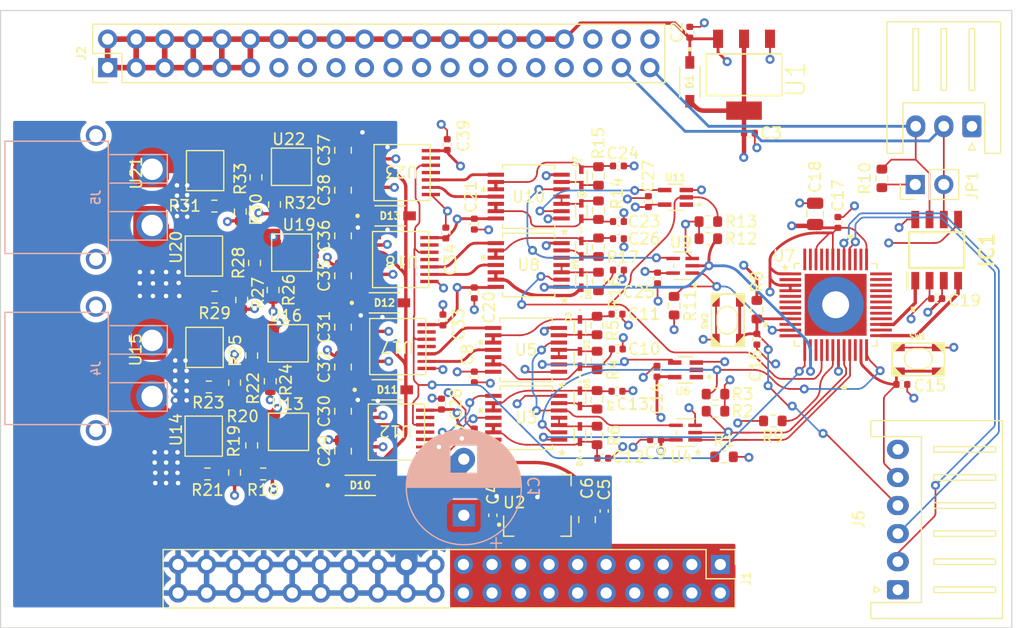
<source format=kicad_pcb>
(kicad_pcb (version 20221018) (generator pcbnew)
  (layers (0 "F.Cu" signal) (1 "In1.Cu" signal) (2 "In2.Cu" signal) (31 "B.Cu" signal) (34 "B.Paste" user) (35 "F.Paste" user) (36 "B.SilkS" user "B.Silkscreen") (37 "F.SilkS" user "F.Silkscreen") (38 "B.Mask" user) (39 "F.Mask" user) (44 "Edge.Cuts" user))
  (net 0 "")
  (net 1 "+24V")
  (net 2 "GNDPWR")
  (net 3 "VCC")
  (net 4 "GND")
  (net 5 "+3.3V")
  (net 6 "+12V")
  (net 7 "Net-(D2-K)")
  (net 8 "Net-(D3-K)")
  (net 9 "Net-(D4-K)")
  (net 10 "Net-(D5-K)")
  (net 11 "BOOT")
  (net 12 "EN")
  (net 13 "Net-(D6-K)")
  (net 14 "Net-(D7-K)")
  (net 15 "Net-(D8-K)")
  (net 16 "Net-(D9-K)")
  (net 17 "Net-(D10-K)")
  (net 18 "Net-(U12-GNDA)")
  (net 19 "Net-(D11-K)")
  (net 20 "Net-(U17-GNDA)")
  (net 21 "Net-(D12-K)")
  (net 22 "Net-(U18-GNDA)")
  (net 23 "Net-(D13-K)")
  (net 24 "Net-(U23-GNDA)")
  (net 25 "Net-(D2-A)")
  (net 26 "Net-(D3-A)")
  (net 27 "Net-(D4-A)")
  (net 28 "Net-(D5-A)")
  (net 29 "Net-(D6-A)")
  (net 30 "Net-(D7-A)")
  (net 31 "Net-(D8-A)")
  (net 32 "Net-(D9-A)")
  (net 33 "CANTX")
  (net 34 "CANRX")
  (net 35 "CANL")
  (net 36 "CANH")
  (net 40 "Net-(JP1-A)")
  (net 41 "BRAKE")
  (net 42 "PWM")
  (net 43 "DIRECTION")
  (net 44 "Net-(U7-IO12)")
  (net 45 "BRAKE1")
  (net 46 "PWM1")
  (net 47 "DIRECTION1")
  (net 48 "Net-(U12-VOA)")
  (net 49 "Net-(U12-VOB)")
  (net 50 "Net-(U17-VOA)")
  (net 51 "Net-(U17-VOB)")
  (net 52 "Net-(U18-VOA)")
  (net 53 "Net-(U18-VOB)")
  (net 54 "Net-(U23-VOA)")
  (net 55 "Net-(U23-VOB)")
  (net 56 "Net-(U3-Pad5)")
  (net 57 "L1")
  (net 58 "H1")
  (net 59 "Net-(U5-Pad2)")
  (net 60 "L2")
  (net 61 "H2")
  (net 71 "DISABLE")
  (net 80 "CS")
  (net 81 "CLK")
  (net 82 "MOSI")
  (net 83 "MISO")
  (net 85 "RXD")
  (net 86 "TXD")
  (net 92 "Net-(U10-Pad5)")
  (net 93 "L3")
  (net 94 "H3")
  (net 95 "Net-(U10-Pad2)")
  (net 96 "L4")
  (net 97 "H4")
  (net 106 "Net-(R18-Pad2)")
  (net 107 "Net-(R19-Pad2)")
  (net 108 "Net-(R22-Pad1)")
  (net 109 "Net-(R23-Pad1)")
  (net 110 "Net-(R26-Pad2)")
  (net 111 "Net-(R27-Pad2)")
  (net 112 "Net-(R30-Pad1)")
  (net 113 "Net-(R31-Pad1)")
  (footprint "Capacitor_SMD:C_0805_2012Metric" (layer "F.Cu") (at 93.98 73.152 90)
    (fp_text reference "C29")
    (fp_text value "10u")
  )
  (footprint "Resistor_SMD:R_0603_1608Metric" (layer "F.Cu") (at 127.127 69.596)
    (fp_text reference "R2")
    (fp_text value "20k")
  )
  (footprint "Resistor_SMD:R_0603_1608Metric" (layer "F.Cu") (at 123.444 60.198 -90)
    (fp_text reference "R11")
    (fp_text value "20k")
  )
  (footprint "Capacitor_SMD:C_0402_1005Metric" (layer "F.Cu") (at 118.491 47.752 180)
    (fp_text reference "C24")
    (fp_text value "220p")
  )
  (footprint "Resistor_SMD:R_0603_1608Metric" (layer "F.Cu") (at 86.233 48.768 90)
    (fp_text reference "R30")
    (fp_text value "10k")
  )
  (footprint "0-Myparts:SOT230P700X180-4N" (layer "F.Cu") (at 129.667 39.624 -90)
    (fp_text reference "U1")
    (fp_text value "ADP3338AKCZ-3.3")
  )
  (footprint "Capacitor_SMD:C_0402_1005Metric" (layer "F.Cu") (at 103.251 45.847 -90)
    (fp_text reference "C39")
    (fp_text value "0.1u")
  )
  (footprint "Resistor_SMD:R_0603_1608Metric" (layer "F.Cu") (at 84.328 67.056 -90)
    (fp_text reference "R25")
    (fp_text value "10")
  )
  (footprint "Resistor_SMD:R_0603_1608Metric" (layer "F.Cu") (at 81.915 75.184 180)
    (fp_text reference "R21")
    (fp_text value "10k")
  )
  (footprint "0-Myparts:SS2040FL" (layer "F.Cu") (at 98.171 52.197)
    (fp_text reference "D13")
    (fp_text value "SS2040FL")
  )
  (footprint "0-Myparts:TC7S32FU" (layer "F.Cu") (at 124.206 56.642 180)
    (fp_text reference "U9")
    (fp_text value "TC7S32FU" hide)
  )
  (footprint "Capacitor_SMD:C_0402_1005Metric" (layer "F.Cu") (at 118.392 64.058 180)
    (fp_text reference "C10")
    (fp_text value "220p")
  )
  (footprint "0-Myparts:SS2040FL" (layer "F.Cu") (at 95.5175 76.2)
    (fp_text reference "D10")
    (fp_text value "SS2040FL")
  )
  (footprint "0-Myparts:PowerPAK1212-8" (layer "F.Cu") (at 88.9 63.5)
    (fp_text reference "U16")
    (fp_text value "SQJ180EP-T1_GE3")
  )
  (footprint "Capacitor_SMD:C_0805_2012Metric" (layer "F.Cu") (at 93.98 53.975 90)
    (fp_text reference "C36")
    (fp_text value "10u")
  )
  (footprint "0-Myparts:ADuM7223" (layer "F.Cu") (at 101.1015 73.556 180)
    (fp_text reference "U12")
    (fp_text value "ADuM7223")
  )
  (footprint "Capacitor_SMD:C_0402_1005Metric" (layer "F.Cu") (at 121.793 72.136 180)
    (fp_text reference "C9")
    (fp_text value "0.1u")
  )
  (footprint "Capacitor_SMD:C_0402_1005Metric" (layer "F.Cu") (at 130.81 63.183 -90)
    (fp_text reference "C16")
    (fp_text value "0.1u")
  )
  (footprint "Resistor_SMD:R_0603_1608Metric" (layer "F.Cu") (at 87.757 58.801 90)
    (fp_text reference "R26")
    (fp_text value "10")
  )
  (footprint "Capacitor_SMD:C_0805_2012Metric" (layer "F.Cu") (at 135.9916 52.0192 90)
    (fp_text reference "C18")
    (fp_text value "10u")
  )
  (footprint "Connector_PinHeader_2.54mm:PinHeader_2x20_P2.54mm_Vertical" (layer "F.Cu") (at 73.03 38.994 90)
    (fp_text reference "J2")
    (fp_text value "Conn_02x20_Odd_Even" hide)
  )
  (footprint "Capacitor_SMD:C_0402_1005Metric" (layer "F.Cu") (at 121.9708 57.7316 -90)
    (fp_text reference "C22" hide)
    (fp_text value "0.1u")
  )
  (footprint "Resistor_SMD:R_0603_1608Metric" (layer "F.Cu") (at 127.127 68.072)
    (fp_text reference "R3")
    (fp_text value "20k")
  )
  (footprint "Capacitor_SMD:C_0402_1005Metric" (layer "F.Cu") (at 102.87 61.468 -90)
    (fp_text reference "C33")
    (fp_text value "0.1u")
  )
  (footprint "Resistor_SMD:R_0603_1608Metric" (layer "F.Cu") (at 116.586 65.074 -90)
    (fp_text reference "R4")
    (fp_text value "1.8k")
  )
  (footprint "Resistor_SMD:R_0603_1608Metric" (layer "F.Cu") (at 116.586 61.963 90)
    (fp_text reference "R5")
    (fp_text value "1.8k")
  )
  (footprint "Capacitor_SMD:C_0805_2012Metric" (layer "F.Cu") (at 93.98 62.103 90)
    (fp_text reference "C31")
    (fp_text value "10u")
  )
  (footprint "Resistor_SMD:R_0603_1608Metric" (layer "F.Cu") (at 116.713 58.039 -90)
    (fp_text reference "R16")
    (fp_text value "1.8k")
  )
  (footprint "0-Myparts:TC74AC00FTEL" (layer "F.Cu") (at 110.266275 64.1305 180)
    (fp_text reference "U5")
    (fp_text value "TC74LCXC00FT" hide)
  )
  (footprint "Capacitor_SMD:C_0805_2012Metric" (layer "F.Cu") (at 93.98 69.596 90)
    (fp_text reference "C30")
    (fp_text value "10u")
  )
  (footprint "Resistor_SMD:R_0603_1608Metric" (layer "F.Cu") (at 85.852 72.644 90)
    (fp_text reference "R20")
    (fp_text value "10k")
  )
  (footprint "Resistor_SMD:R_0603_1608Metric" (layer "F.Cu") (at 116.713 51.689 -90)
    (fp_text reference "R14")
    (fp_text value "1.8k")
  )
  (footprint "Capacitor_SMD:C_0402_1005Metric" (layer "F.Cu") (at 107.315 78.867 90)
    (fp_text reference "C4")
    (fp_text value "1u")
  )
  (footprint "Capacitor_SMD:C_0402_1005Metric" (layer "F.Cu") (at 146.812 59.563 180)
    (fp_text reference "C19")
    (fp_text value "0.1u")
  )
  (footprint "0-Myparts:TC7S32FU" (layer "F.Cu") (at 124.46 71.501 180)
    (fp_text reference "U4")
    (fp_text value "TC7S32FU" hide)
  )
  (footprint "0-Myparts:SS2040FL" (layer "F.Cu") (at 124.841 40.259 -90)
    (fp_text reference "D1")
    (fp_text value "D")
  )
  (footprint "0-Myparts:PowerPAK1212-8" (layer "F.Cu") (at 81.658 48.35975 90)
    (fp_text reference "U21")
    (fp_text value "SQJ180EP-T1_GE3")
  )
  (footprint "Resistor_SMD:R_0603_1608Metric" (layer "F.Cu") (at 132.2324 70.4596 180)
    (fp_text reference "R9")
    (fp_text value "20k")
  )
  (footprint "Resistor_SMD:R_0603_1608Metric" (layer "F.Cu") (at 141.9352 48.8574 -90)
    (fp_text reference "R10")
    (fp_text value "120")
  )
  (footprint "0-Myparts:PowerPAK1212-8" (layer "F.Cu") (at 88.938 71.385)
    (fp_text reference "U13")
    (fp_text value "SQJ180EP-T1_GE3")
  )
  (footprint "0-Myparts:PowerPAK1212-8" (layer "F.Cu") (at 89.199 47.77875)
    (fp_text reference "U22")
    (fp_text value "SQJ180EP-T1_GE3")
  )
  (footprint "Capacitor_SMD:C_0402_1005Metric" (layer "F.Cu") (at 121.92 66.04 90)
    (fp_text reference "C14")
    (fp_text value "0.1u")
  )
  (footprint "Capacitor_SMD:C_0402_1005Metric" (layer "F.Cu") (at 117.094 73.787 180)
    (fp_text reference "C12")
    (fp_text value "220p")
  )
  (footprint "0-Myparts:PowerPAK1212-8" (layer "F.Cu") (at 89.218 55.4235)
    (fp_text reference "U19")
    (fp_text value "SQJ180EP-T1_GE3")
  )
  (footprint "Capacitor_SMD:C_0805_2012Metric" (layer "F.Cu") (at 93.98 65.659 90)
    (fp_text reference "C32")
    (fp_text value "10u")
  )
  (footprint "0-Myparts:TC7S14FU" (layer "F.Cu") (at 123.571 50.546 180)
    (fp_text reference "U11")
    (fp_text value "TC7S14FU")
  )
  (footprint "Capacitor_SMD:C_0402_1005Metric" (layer "F.Cu") (at 118.491 52.705 180)
    (fp_text reference "C23")
    (fp_text value "220p")
  )
  (footprint "Resistor_SMD:R_0603_1608Metric" (layer "F.Cu") (at 127.889 73.66)
    (fp_text reference "R1")
    (fp_text value "20k")
  )
  (footprint "Capacitor_SMD:C_0402_1005Metric" (layer "F.Cu") (at 105.664 71.628 90)
    (fp_text reference "C7")
    (fp_text value "0.1u")
  )
  (footprint "Capacitor_SMD:C_0402_1005Metric" (layer "F.Cu") (at 117.221 78.486 -90)
    (fp_text reference "C5")
    (fp_text value "0.1u")
  )
  (footprint "Capacitor_SMD:C_0402_1005Metric" (layer "F.Cu") (at 105.664 66.548 -90)
    (fp_text reference "C8")
    (fp_text value "0.1u")
  )
  (footprint "0-Myparts:BAT43XV2" (layer "F.Cu") (at 115.062 62.103 -90)
    (fp_text reference "D3")
    (fp_text value "BAT43XV2")
  )
  (footprint "0-Myparts:TC74AC00FTEL" (layer "F.Cu") (at 110.503 50.478 180)
    (fp_text reference "U10")
    (fp_text value "TC74LCXC00FT" hide)
  )
  (footprint "Capacitor_SMD:C_0402_1005Metric" (layer "F.Cu") (at 105.664 52.931 -90)
    (fp_text reference "C21")
    (fp_text value "0.1u")
  )
  (footprint "Resistor_SMD:R_0603_1608Metric" (layer "F.Cu") (at 126.492 52.705 180)
    (fp_text reference "R13")
    (fp_text value "20k")
  )
  (footprint "0-Myparts:SKRPABE010" (layer "F.Cu") (at 129.57675 63.72125 90)
    (fp_text reference "SW2")
    (fp_text value "SW_Push")
  )
  (footprint "0-Myparts:SS2040FL" (layer "F.Cu") (at 97.917 67.691)
    (fp_text reference "D11")
    (fp_text value "SS2040FL")
  )
  (footprint "0-Myparts:SOIC127P600X175-8N" (layer "F.Cu") (at 146.812 55.245 90)
    (fp_text reference "IC1")
    (fp_text value "TJA1441AT_0Z" hide)
  )
  (footprint "Capacitor_SMD:C_0402_1005Metric" (layer "F.Cu") (at 138.0236 52.7812 90)
    (fp_text reference "C17")
    (fp_text value "0.1u")
  )
  (footprint "Resistor_SMD:R_0603_1608Metric" (layer "F.Cu") (at 116.713 54.991 90)
    (fp_text reference "R17")
    (fp_text value "1.8k")
  )
  (footprint "0-Myparts:ADuM7223" (layer "F.Cu") (at 101.6095 50.442 180)
    (fp_text reference "U23")
    (fp_text value "ADuM7223")
  )
  (footprint "Resistor_SMD:R_0603_1608Metric" (layer "F.Cu") (at 84.963 59.69 90)
    (fp_text reference "R27")
    (fp_text value "10")
  )
  (footprint "Resistor_SMD:R_0603_1608Metric" (layer "F.Cu") (at 126.492 54.229 180)
    (fp_text reference "R12")
    (fp_text value "20k")
  )
  (footprint "0-Myparts:PowerPAK1212-8" (layer "F.Cu") (at 81.55 55.969 90)
    (fp_text reference "U20")
    (fp_text value "SQJ180EP-T1_GE3")
  )
  (footprint "Resistor_SMD:R_0603_1608Metric" (layer "F.Cu") (at 82.55 59.436 180)
    (fp_text reference "R29")
    (fp_text value "10k")
  )
  (footprint "Resistor_SMD:R_0603_1608Metric" (layer "F.Cu") (at 87.884 51.181 90)
    (fp_text reference "R32")
    (fp_text value "10")
  )
  (footprint "Capacitor_SMD:C_0402_1005Metric" (layer "F.Cu") (at 102.743 68.961 -90)
    (fp_text reference "C28")
    (fp_text value "0.1u")
  )
  (footprint "Capacitor_SMD:C_0402_1005Metric" (layer "F.Cu") (at 105.664 59.055 -90)
    (fp_text reference "C20")
    (fp_text value "0.1u")
  )
  (footprint "Resistor_SMD:R_0603_1608Metric" (layer "F.Cu") (at 84.328 75.057 90)
    (fp_text reference "R19")
    (fp_text value "10")
  )
  (footprint "Connector_JST:JST_XH_S3B-XH-A_1x03_P2.50mm_Horizontal" (layer "F.Cu") (at 149.947 44.217 180)
    (fp_text reference "J3" hide)
    (fp_text value "MothreCANConn")
  )
  (footprint "0-Myparts:TC74AC00FTEL" (layer "F.Cu") (at 110.503 56.574 180)
    (fp_text reference "U8")
    (fp_text value "TC74LCXC00FT" hide)
  )
  (footprint "Capacitor_SMD:C_0402_1005Metric" (layer "F.Cu") (at 118.491 57.023 180)
    (fp_text reference "C25")
    (fp_text value "220p")
  )
  (footprint "0-Myparts:ESP32-PICO-D4" (layer "F.Cu") (at 137.8223 60.115)
    (fp_text reference "U7")
    (fp_text value "ESP32-PICO-D4_EXP" hide)
  )
  (footprint "Connector_PinHeader_2.54mm:PinHeader_1x02_P2.54mm_Vertical" (layer "F.Cu") (at 144.907 49.403 90)
    (fp_text reference "JP1")
    (fp_text value "Jumper_2_Open")
  )
  (footprint "Resistor_SMD:R_0603_1608Metric" (layer "F.Cu") (at 82.042 67.437 180)
    (fp_text reference "R23")
    (fp_text value "10k")
  )
  (footprint "Capacitor_SMD:C_0402_1005Metric" (layer "F.Cu") (at 130.147 44.831)
    (fp_text reference "C3")
    (fp_text value "1u")
  )
  (footprint "0-Myparts:SKRPABE010" (layer "F.Cu") (at 142.94635 66.33075)
    (fp_text reference "SW1")
    (fp_text value "SW_Push")
  )
  (footprint "Resistor_SMD:R_0603_1608Metric" (layer "F.Cu") (at 85.852 64.643 90)
    (fp_text reference "R22")
    (fp_text value "10k")
  )
  (footprint "0-Myparts:BAT43XV2" (layer "F.Cu") (at 115.189 55.118 -90)
    (fp_text reference "D9")
    (fp_text value "BAT43XV2")
  )
  (footprint "Capacitor_SMD:C_0805_2012Metric" (layer "F.Cu") (at 93.98 57.531 90)
    (fp_text reference "C35")
    (fp_text value "10u")
  )
  (footprint "Resistor_SMD:R_0603_1608Metric" (layer "F.Cu") (at 86.106 56.388 90)
    (fp_text reference "R28")
    (fp_text value "10k")
  )
  (footprint "Connector_JST:JST_XH_S6B-XH-A_1x06_P2.50mm_Horizontal" (layer "F.Cu") (at 143.362 85.498 90)
    (fp_text reference "J6")
    (fp_text value "Conn_01x06")
  )
  (footprint "0-Myparts:SS2040FL" (layer "F.Cu") (at 97.663 59.944)
    (fp_text reference "D12")
    (fp_text value "SS2040FL")
  )
  (footprint "Capacitor_SMD:C_0805_2012Metric" (layer "F.Cu") (at 93.98 46.355 90)
    (fp_text reference "C37")
    (fp_text value "10u")
  )
  (footprint "0-Myparts:REG_MCP1700T-3602E_MB" (layer "F.Cu") (at 111.276 77.979)
    (fp_text reference "U2")
    (fp_text value "NJM78L12SU3")
  )
  (footprint "0-Myparts:BAT43XV2" (layer "F.Cu") (at 115.189 51.766 90)
    (fp_text reference "D6")
    (fp_text value "BAT43XV2")
  )
  (footprint "0-Myparts:BAT43XV2" (layer "F.Cu") (at 115.062 71.628 90)
    (fp_text reference "D4")
    (fp_text value "BAT43XV2")
  )
  (footprint "0-Myparts:BAT43XV2" (layer "F.Cu") (at 115.189 48.768 -90)
    (fp_text reference "D7")
    (fp_text value "BAT43XV2")
  )
  (footprint "Resistor_SMD:R_0603_1608Metric" (layer "F.Cu") (at 87.503 66.929 90)
    (fp_text reference "R24")
    (fp_text value "10")
  )
  (footprint "Capacitor_SMD:C_0402_1005Metric" (layer "F.Cu") (at 118.364 67.818 180)
    (fp_text reference "C13")
    (fp_text value "220p")
  )
  (footprint "Capacitor_SMD:C_0402_1005Metric" (layer "F.Cu") (at 143.7132 67.2084)
    (fp_text reference "C15")
    (fp_text value "0.1u")
  )
  (footprint "Capacitor_SMD:C_0805_2012Metric" (layer "F.Cu") (at 115.697 79.248 -90)
    (fp_text reference "C6")
    (fp_text value "10u")
  )
  (footprint "0-Myparts:BAT43XV2" (layer "F.Cu") (at 115.189 57.912 90)
    (fp_text reference "D8")
    (fp_text value "BAT43XV2")
  )
  (footprint "Resistor_SMD:R_0603_1608Metric" (layer "F.Cu") (at 130.81 60.5536 -90)
    (fp_text reference "R8")
    (fp_text value "10k")
  )
  (footprint "0-Myparts:TC7S14FU" (layer "F.Cu") (at 124.46 65.913 180)
    (fp_text reference "U6")
    (fp_text value "TC7S14FU")
  )
  (footprint "Resistor_SMD:R_0603_1608Metric" (layer "F.Cu") (at 116.713 48.641 90)
    (fp_text reference "R15")
    (fp_text value "1.8k")
  )
  (footprint "0-Myparts:TC74AC00FTEL" (layer "F.Cu") (at 110.28355 70.177999 180)
    (fp_text reference "U3")
    (fp_text value "TC74LCXC00FT" hide)
  )
  (footprint "0-Myparts:BAT43XV2" (layer "F.Cu") (at 115.062 68.453 -90)
    (fp_text reference "D5")
    (fp_text value "BAT43XV2")
  )
  (footprint "Resistor_SMD:R_0603_1608Metric" (layer "F.Cu") (at 86.868 75.184 180)
    (fp_text reference "R18")
    (fp_text value "10")
  )
  (footprint "0-Myparts:PowerPAK1212-8" (layer "F.Cu") (at 81.608 64.102 90)
    (fp_text reference "U15")
    (fp_text value "SQJ180EP-T1_GE3")
  )
  (footprint "Resistor_SMD:R_0603_1608Metric" (layer "F.Cu") (at 116.586 68.58 90)
    (fp_text reference "R7")
    (fp_text value "1.8k")
  )
  (footprint "0-Myparts:ADuM7223" (layer "F.Cu") (at 101.4825 58.189 180)
    (fp_text reference "U18")
    (fp_text value "ADuM7223")
  )
  (footprint "Resistor_SMD:R_0603_1608Metric" (layer "F.Cu") (at 82.531 51.32575 180)
    (fp_text reference "R31")
    (fp_text value "10k")
  )
  (footprint "Resistor_SMD:R_0603_1608Metric" (layer "F.Cu") (at 116.586 71.755 -90)
    (fp_text reference "R6")
    (fp_text value "1.8k")
  )
  (footprint "Capacitor_SMD:C_0805_2012Metric" (layer "F.Cu") (at 93.98 49.911 90)
    (fp_text reference "C38")
    (fp_text value "10u")
  )
  (footprint "Capacitor_SMD:C_0402_1005Metric" (layer "F.Cu") (at 124.841 35.842 90)
    (fp_text reference "C2")
    (fp_text value "1u")
  )
  (footprint "0-Myparts:ADuM7223" (layer "F.Cu") (at 101.2285 65.936 180)
    (fp_text reference "U17")
    (fp_text value "ADuM7223")
  )
  (footprint "0-Myparts:PowerPAK1212-8" (layer "F.Cu") (at 81.534 72.009 90)
    (fp_text reference "U14")
    (fp_text value "SQJ180EP-T1_GE3")
  )
  (footprint "Capacitor_SMD:C_0402_1005Metric" (layer "F.Cu") (at 118.364 60.947 180)
    (fp_text reference "C11")
    (fp_text value "220p")
  )
  (footprint "Capacitor_SMD:C_0402_1005Metric" (layer "F.Cu") (at 103.124 53.721 -90)
    (fp_text reference "C34")
    (fp_text value "0.1u")
  )
  (footprint "Capacitor_SMD:C_0402_1005Metric" (layer "F.Cu") (at 118.491 54.229 180)
    (fp_text reference "C26")
    (fp_text value "220p")
  )
  (footprint "Resistor_SMD:R_0603_1608Metric" (layer "F.Cu") (at 84.836 51.816 90)
    (fp_text reference "R33")
    (fp_text value "10")
  )
  (footprint "0-Myparts:BAT43XV2" (layer "F.Cu") (at 115.062 64.947 90)
    (fp_text reference "D2")
    (fp_text value "BAT43XV2")
  )
  (footprint "Capacitor_SMD:C_0402_1005Metric" (layer "F.Cu") (at 121.158 50.927 90)
    (fp_text reference "C27")
    (fp_text value "0.1u")
  )
  (footprint "Connector_PinHeader_2.54mm:PinHeader_2x20_P2.54mm_Vertical" (layer "F.Cu") (at 127.5588 83.2485 -90)
    (fp_text reference "J1")
    (fp_text value "Conn_02x20_Odd_Even" hide)
  )
  (footprint "Capacitor_THT:CP_Radial_D10.0mm_P5.00mm" (layer "B.Cu") (at 104.729677 78.867 90)
    (fp_text reference "C1")
    (fp_text value "1000u")
  )
  (footprint "0-Myparts:XT30PW-F" (layer "B.Cu") (at 71.98925 50.546 -90)
    (fp_text reference "J5")
    (fp_text value "XT60PW-F")
  )
  (footprint "0-Myparts:XT30PW-F" (layer "B.Cu") (at 71.98925 65.786 -90)
    (fp_text reference "J4")
    (fp_text value "XT60PW-F")
  )
  (gr_rect locked (start 63.5 33.9) (end 153.5 88.9) (stroke (width 0.1)) (fill none) (layer "Edge.Cuts"))
  (segment (start 107.315 79.347) (end 107.597 79.629) (width 0.25) (layer "F.Cu") (net 1))
  (segment (start 107.2388 79.4232) (end 107.315 79.347) (width 0.25) (layer "F.Cu") (net 1))
  (segment (start 107.2388 83.2485) (end 107.2388 79.4232) (width 0.25) (layer "F.Cu") (net 1))
  (segment (start 107.597 79.629) (end 109.776 79.629) (width 0.25) (layer "F.Cu") (net 1))
  (segment (start 95.238037 68.646) (end 95.294315 68.589722) (width 0.25) (layer "F.Cu") (net 2))
  (segment (start 115.697 80.198) (end 115.216 80.679) (width 0.4) (layer "F.Cu") (net 2))
  (segment (start 93.98 53.025) (end 95.0874 53.025) (width 0.25) (layer "F.Cu") (net 2))
  (segment (start 96.8132 61.886) (end 96.266 61.886) (width 0.25) (layer "F.Cu") (net 2))
  (segment (start 107.315 78.387) (end 107.315 77.4954) (width 0.1524) (layer "F.Cu") (net 2))
  (segment (start 115.989 80.198) (end 117.221 78.966) (width 0.3) (layer "F.Cu") (net 2))
  (segment (start 93.98 61.153) (end 95.4634 61.153) (width 0.25) (layer "F.Cu") (net 2))
  (segment (start 93.98 45.405) (end 95.057 45.405) (width 0.25) (layer "F.Cu") (net 2))
  (segment (start 115.216 80.679) (end 112.126 80.679) (width 0.4) (layer "F.Cu") (net 2))
  (segment (start 107.315 77.4954) (end 107.6452 77.1652) (width 0.1524) (layer "F.Cu") (net 2))
  (segment (start 97.626 46.392) (end 97.9424 46.0756) (width 0.25) (layer "F.Cu") (net 2))
  (segment (start 95.0874 53.025) (end 95.3008 53.2384) (width 0.25) (layer "F.Cu") (net 2))
  (segment (start 115.697 80.198) (end 115.989 80.198) (width 0.3) (layer "F.Cu") (net 2))
  (segment (start 97.9424 53.4416) (end 97.2174 53.4416) (width 0.25) (layer "F.Cu") (net 2))
  (segment (start 97.4852 61.214) (end 96.8132 61.886) (width 0.25) (layer "F.Cu") (net 2))
  (segment (start 96.647 46.392) (end 97.626 46.392) (width 0.25) (layer "F.Cu") (net 2))
  (segment (start 96.2544 69.506) (end 96.139 69.506) (width 0.25) (layer "F.Cu") (net 2))
  (segment (start 93.98 68.646) (end 95.238037 68.646) (width 0.25) (layer "F.Cu") (net 2))
  (segment (start 97.2174 53.4416) (end 96.52 54.139) (width 0.25) (layer "F.Cu") (net 2))
  (segment (start 112.126 80.679) (end 111.276 79.829) (width 0.4) (layer "F.Cu") (net 2))
  (segment (start 97.0788 68.6816) (end 96.2544 69.506) (width 0.25) (layer "F.Cu") (net 2))
  (segment (start 95.4634 61.153) (end 95.5548 61.0616) (width 0.25) (layer "F.Cu") (net 2))
  (segment (start 111.276 79.829) (end 111.276 79.5415) (width 0.4) (layer "F.Cu") (net 2))
  (segment (start 95.057 45.405) (end 95.7072 44.7548) (width 0.25) (layer "F.Cu") (net 2))
  (via (at 80.0608 66.9036) (size 0.8) (drill 0.4) (layers "F.Cu" "B.Cu") (net 2))
  (via (at 78.232 59.3344) (size 0.8) (drill 0.4) (layers "F.Cu" "B.Cu") (net 2))
  (via (at 78.232 58.2168) (size 0.8) (drill 0.4) (layers "F.Cu" "B.Cu") (net 2))
  (via (at 95.7072 44.7548) (size 0.8) (drill 0.4) (layers "F.Cu" "B.Cu") (net 2))
  (via (at 80.1116 50.3428) (size 0.8) (drill 0.4) (layers "F.Cu" "B.Cu") (net 2))
  (via (at 80.0608 65.9892) (size 0.8) (drill 0.4) (layers "F.Cu" "B.Cu") (net 2))
  (via (at 97.0788 68.6816) (size 0.8) (drill 0.4) (layers "F.Cu" "B.Cu") (net 2))
  (via (at 75.8952 58.2168) (size 0.8) (drill 0.4) (layers "F.Cu" "B.Cu") (net 2))
  (via (at 79.0448 65.0748) (size 0.8) (drill 0.4) (layers "F.Cu" "B.Cu") (net 2))
  (via (at 79.1972 50.3936) (size 0.8) (drill 0.4) (layers "F.Cu" "B.Cu") (net 2))
  (via (at 77.216 74.168) (size 0.8) (drill 0.4) (layers "F.Cu" "B.Cu") (net 2))
  (via (at 78.232 75.9968) (size 0.8) (drill 0.4) (layers "F.Cu" "B.Cu") (net 2))
  (via (at 79.3496 58.166) (size 0.8) (drill 0.4) (layers "F.Cu" "B.Cu") (net 2))
  (via (at 95.3008 53.2384) (size 0.8) (drill 0.4) (layers "F.Cu" "B.Cu") (net 2))
  (via (at 79.0448 68.6308) (size 0.8) (drill 0.4) (layers "F.Cu" "B.Cu") (net 2))
  (via (at 79.1972 51.308) (size 0.8) (drill 0.4) (layers "F.Cu" "B.Cu") (net 2))
  (via (at 78.232 73.2536) (size 0.8) (drill 0.4) (layers "F.Cu" "B.Cu") (net 2))
  (via (at 80.0608 67.7672) (size 0.8) (drill 0.4) (layers "F.Cu" "B.Cu") (net 2))
  (via (at 97.9424 53.4416) (size 0.8) (drill 0.4) (layers "F.Cu" "B.Cu") (net 2))
  (via (at 80.1116 52.2732) (size 0.8) (drill 0.4) (layers "F.Cu" "B.Cu") (net 2))
  (via (at 80.1116 49.4792) (size 0.8) (drill 0.4) (layers "F.Cu" "B.Cu") (net 2))
  (via (at 79.1972 49.4792) (size 0.8) (drill 0.4) (layers "F.Cu" "B.Cu") (net 2))
  (via (at 77.0636 59.3344) (size 0.8) (drill 0.4) (layers "F.Cu" "B.Cu") (net 2))
  (via (at 79.2988 75.9968) (size 0.8) (drill 0.4) (layers "F.Cu" "B.Cu") (net 2))
  (via (at 77.0636 58.2168) (size 0.8) (drill 0.4) (layers "F.Cu" "B.Cu") (net 2))
  (via (at 79.4004 59.3344) (size 0.8) (drill 0.4) (layers "F.Cu" "B.Cu") (net 2))
  (via (at 79.248 73.2536) (size 0.8) (drill 0.4) (layers "F.Cu" "B.Cu") (net 2))
  (via (at 79.9592 65.0748) (size 0.8) (drill 0.4) (layers "F.Cu" "B.Cu") (net 2))
  (via (at 95.5548 61.0616) (size 0.8) (drill 0.4) (layers "F.Cu" "B.Cu") (net 2))
  (via (at 79.248 74.168) (size 0.8) (drill 0.4) (layers "F.Cu" "B.Cu") (net 2))
  (via (at 77.216 73.2536) (size 0.8) (drill 0.4) (layers "F.Cu" "B.Cu") (net 2))
  (via (at 95.294315 68.589722) (size 0.8) (drill 0.4) (layers "F.Cu" "B.Cu") (net 2))
  (via (at 75.8952 57.2008) (size 0.8) (drill 0.4) (layers "F.Cu" "B.Cu") (net 2))
  (via (at 75.8952 59.3344) (size 0.8) (drill 0.4) (layers "F.Cu" "B.Cu") (net 2))
  (via (at 78.232 74.168) (size 0.8) (drill 0.4) (layers "F.Cu" "B.Cu") (net 2))
  (via (at 78.232 75.0824) (size 0.8) (drill 0.4) (layers "F.Cu" "B.Cu") (net 2))
  (via (at 77.2668 75.9968) (size 0.8) (drill 0.4) (layers "F.Cu" "B.Cu") (net 2))
  (via (at 77.2668 75.0824) (size 0.8) (drill 0.4) (layers "F.Cu" "B.Cu") (net 2))
  (via (at 111.276 77.2415) (size 0.8) (drill 0.4) (layers "F.Cu" "B.Cu") (net 2))
  (via (at 79.3496 57.2008) (size 0.8) (drill 0.4) (layers "F.Cu" "B.Cu") (net 2))
  (via (at 78.232 57.2008) (size 0.8) (drill 0.4) (layers "F.Cu" "B.Cu") (net 2))
  (via (at 77.0128 57.2008) (size 0.8) (drill 0.4) (layers "F.Cu" "B.Cu") (net 2))
  (via (at 107.6452 77.1652) (size 0.8) (drill 0.4) (layers "F.Cu" "B.Cu") (net 2))
  (via (at 79.248 75.0824) (size 0.8) (drill 0.4) (layers "F.Cu" "B.Cu") (net 2))
  (via (at 97.9424 46.0756) (size 0.8) (drill 0.4) (layers "F.Cu" "B.Cu") (net 2))
  (via (at 80.1116 51.2572) (size 0.8) (drill 0.4) (layers "F.Cu" "B.Cu") (net 2))
  (via (at 79.0448 66.8528) (size 0.8) (drill 0.4) (layers "F.Cu" "B.Cu") (net 2))
  (via (at 97.4852 61.214) (size 0.8) (drill 0.4) (layers "F.Cu" "B.Cu") (net 2))
  (via (at 79.0448 65.9892) (size 0.8) (drill 0.4) (layers "F.Cu" "B.Cu") (net 2))
  (via (at 79.0448 67.7672) (size 0.8) (drill 0.4) (layers "F.Cu" "B.Cu") (net 2))
  (via (at 80.0608 68.6308) (size 0.8) (drill 0.4) (layers "F.Cu" "B.Cu") (net 2))
  (via (at 79.1972 52.2224) (size 0.8) (drill 0.4) (layers "F.Cu" "B.Cu") (net 2))
  (segment (start 104.729677 73.867) (end 99.6188 78.977877) (width 2) (layer "B.Cu") (net 2))
  (segment (start 111.276 77.2415) (end 107.7215 77.2415) (width 0.1524) (layer "B.Cu") (net 2))
  (segment (start 99.6188 81.425477) (end 99.6188 83.2485) (width 0.1524) (layer "B.Cu") (net 2))
  (segment (start 99.6188 78.977877) (end 99.6188 83.2485) (width 2) (layer "B.Cu") (net 2))
  (segment (start 107.7215 77.2415) (end 107.6452 77.1652) (width 0.1524) (layer "B.Cu") (net 2))
  (segment (start 107.6452 77.1652) (end 103.879077 77.1652) (width 0.1524) (layer "B.Cu") (net 2))
  (segment (start 103.879077 77.1652) (end 99.6188 81.425477) (width 0.1524) (layer "B.Cu") (net 2))
  (segment (start 147.292 59.563) (end 147.292 59.570609) (width 0.25) (layer "F.Cu") (net 3))
  (segment (start 127.3556 37.6428) (end 127.3556 36.4236) (width 0.25) (layer "F.Cu") (net 3))
  (segment (start 146.084804 60.777805) (end 146.020205 60.777805) (width 0.25) (layer "F.Cu") (net 3))
  (segment (start 124.841 38.529) (end 124.841 36.322) (width 0.25) (layer "F.Cu") (net 3))
  (segment (start 147.292 59.563) (end 147.292 58.344203) (width 0.1524) (layer "F.Cu") (net 3))
  (segment (start 113.67 36.454) (end 115.097 35.027) (width 0.3) (layer "F.Cu") (net 3))
  (segment (start 124.841 36.322) (end 124.9426 36.4236) (width 0.25) (layer "F.Cu") (net 3))
  (segment (start 124.798035 36.322) (end 124.841 36.322) (width 0.3) (layer "F.Cu") (net 3))
  (segment (start 115.097 35.027) (end 123.503035 35.027) (width 0.3) (layer "F.Cu") (net 3))
  (segment (start 123.503035 35.027) (end 124.798035 36.322) (width 0.3) (layer "F.Cu") (net 3))
  (segment (start 147.292 59.570609) (end 146.084804 60.777805) (width 0.25) (layer "F.Cu") (net 3))
  (segment (start 128.1684 38.4556) (end 127.3556 37.6428) (width 0.25) (layer "F.Cu") (net 3))
  (segment (start 124.9426 36.4236) (end 127.3556 36.4236) (width 0.25) (layer "F.Cu") (net 3))
  (via (at 146.020205 60.777805) (size 0.8) (drill 0.4) (layers "F.Cu" "B.Cu") (net 3))
  (via (at 128.1684 38.4556) (size 0.8) (drill 0.4) (layers "F.Cu" "B.Cu") (net 3))
  (arc (start 147.292 58.344203) (mid 147.332283 58.141686) (end 147.447 57.97) (width 0.1524) (layer "F.Cu") (net 3))
  (segment (start 125.7756 35.362) (end 126.1364 35.0012) (width 0.1524) (layer "F.Cu") (net 4))
  (segment (start 118.971 51.9202) (end 118.9736 51.9176) (width 0.1524) (layer "F.Cu") (net 4))
  (segment (start 135.9916 51.0692) (end 134.6352 51.0692) (width 0.1524) (layer "F.Cu") (net 4))
  (segment (start 124.531 49.896) (end 125.872 49.896) (width 0.1524) (layer "F.Cu") (net 4))
  (segment (start 101.67 58.039) (end 102.3366 58.039) (width 0.1524) (layer "F.Cu") (net 4))
  (segment (start 127.17675 63.22125) (end 127.17675 59.75625) (width 0.1524) (layer "F.Cu") (net 4))
  (segment (start 127.952 67.2724) (end 128.4224 66.802) (width 0.1524) (layer "F.Cu") (net 4))
  (segment (start 101.289 73.406) (end 101.3402 73.4572) (width 0.1524) (layer "F.Cu") (net 4))
  (segment (start 105.485608 71.148) (end 104.8862 70.548592) (width 0.1524) (layer "F.Cu") (net 4))
  (segment (start 103.124 51.9176) (end 103.2764 51.7652) (width 0.1524) (layer "F.Cu") (net 4))
  (segment (start 103.124 53.241) (end 103.124 51.9176) (width 0.1524) (layer "F.Cu") (net 4))
  (segment (start 124.46 55.395101) (end 124.46 52.9336) (width 0.1524) (layer "F.Cu") (net 4))
  (segment (start 117.8306 73.787) (end 118.872 72.7456) (width 0.1524) (layer "F.Cu") (net 4))
  (segment (start 118.971 54.963) (end 118.9736 54.9656) (width 0.1524) (layer "F.Cu") (net 4))
  (segment (start 143.44635 63.93075) (end 146.91135 63.93075) (width 0.1524) (layer "F.Cu") (net 4))
  (segment (start 125.667 52.705) (end 124.6886 52.705) (width 0.1524) (layer "F.Cu") (net 4))
  (segment (start 125.0569 55.992001) (end 124.46 55.395101) (width 0.1524) (layer "F.Cu") (net 4))
  (segment (start 118.971 52.705) (end 118.971 51.9202) (width 0.1524) (layer "F.Cu") (net 4))
  (segment (start 126.06085 63.22125) (end 126.0348 63.1952) (width 0.1524) (layer "F.Cu") (net 4))
  (segment (start 104.8862 69.4806) (end 103.3405 67.9349) (width 0.1524) (layer "F.Cu") (net 4))
  (segment (start 130.81 63.663) (end 130.81 64.049892) (width 0.1524) (layer "F.Cu") (net 4))
  (segment (start 110.1816 68.228) (end 109.474 68.9356) (width 0.1524) (layer "F.Cu") (net 4))
  (segment (start 103.2702 51.7652) (end 103.2764 51.7652) (width 0.1524) (layer "F.Cu") (net 4))
  (segment (start 113.190823 62.180501) (end 112.183194 62.180501) (width 0.25) (layer "F.Cu") (net 4))
  (segment (start 124.6886 52.705) (end 124.46 52.9336) (width 0.1524) (layer "F.Cu") (net 4))
  (segment (start 144.907 52.52) (end 144.1776 52.52) (width 0.1524) (layer "F.Cu") (net 4))
  (segment (start 144.535277 61.375677) (end 144.535277 61.001523) (width 0.1524) (layer "F.Cu") (net 4))
  (segment (start 105.664 71.148) (end 105.485608 71.148) (width 0.1524) (layer "F.Cu") (net 4))
  (segment (start 112.2869 54.624001) (end 112.0648 54.846101) (width 0.25) (layer "F.Cu") (net 4))
  (segment (start 113.208098 68.228) (end 110.1816 68.228) (width 0.1524) (layer "F.Cu") (net 4))
  (segment (start 101.3402 73.4572) (end 103.113986 73.4572) (width 0.1524) (layer "F.Cu") (net 4))
  (segment (start 131.9784 36.4236) (end 131.9784 38.2524) (width 0.1524) (layer "F.Cu") (net 4))
  (segment (start 103.251 45.367) (end 103.251 44.577) (width 0.1524) (layer "F.Cu") (net 4))
  (segment (start 131.4074 70.4596) (end 129.295614 70.4596) (width 0.1524) (layer "F.Cu") (net 4))
  (segment (start 144.1932 67.8408) (end 144.78 68.4276) (width 0.1524) (layer "F.Cu") (net 4))
  (segment (start 127.952 68.072) (end 127.952 67.2724) (width 0.1524) (layer "F.Cu") (net 4))
  (segment (start 130.048 73.66) (end 130.0988 73.7108) (width 0.1524) (layer "F.Cu") (net 4))
  (segment (start 118.872 64.058) (end 118.872 63.0936) (width 0.1524) (layer "F.Cu") (net 4))
  (segment (start 130.627 44.831) (end 130.627 45.9434) (width 0.1524) (layer "F.Cu") (net 4))
  (segment (start 103.251 44.577) (end 102.7176 44.0436) (width 0.1524) (layer "F.Cu") (net 4))
  (segment (start 104.8862 70.548592) (end 104.8862 70.4088) (width 0.1524) (layer "F.Cu") (net 4))
  (segment (start 121.9708 59.7408) (end 122.0216 59.7916) (width 0.1524) (layer "F.Cu") (net 4))
  (segment (start 134.6352 51.0692) (end 134.62 51.054) (width 0.1524) (layer "F.Cu") (net 4))
  (segment (start 125.872 49.896) (end 125.8824 49.8856) (width 0.1524) (layer "F.Cu") (net 4))
  (segment (start 121.9708 58.2116) (end 121.9708 59.7408) (width 0.1524) (layer "F.Cu") (net 4))
  (segment (start 105.664 67.028) (end 107.0076 67.028) (width 0.1524) (layer "F.Cu") (net 4))
  (segment (start 121.92 65.56) (end 121.7295 65.56) (width 0.1524) (layer "F.Cu") (net 4))
  (segment (start 132.139708 65.3796) (end 132.484983 65.3796) (width 0.1524) (layer "F.Cu") (net 4))
  (segment (start 101.797 50.292) (end 103.2702 51.7652) (width 0.1524) (layer "F.Cu") (net 4))
  (segment (start 127.17675 63.22125) (end 126.06085 63.22125) (width 0.1524) (layer "F.Cu") (net 4))
  (segment (start 119.373152 50.6126) (end 119.289486 50.696266) (width 0.1524) (layer "F.Cu") (net 4))
  (segment (start 112.183194 62.180501) (end 111.891967 62.471728) (width 0.25) (layer "F.Cu") (net 4))
  (segment (start 118.971 54.229) (end 118.971 54.963) (width 0.1524) (layer "F.Cu") (net 4))
  (segment (start 113.427548 54.624001) (end 112.2869 54.624001) (width 0.25) (layer "F.Cu") (net 4))
  (segment (start 104.8862 70.4088) (end 104.8862 69.4806) (width 0.1524) (layer "F.Cu") (net 4))
  (segment (start 118.844 67.818) (end 119.7356 67.818) (width 0.1524) (layer "F.Cu") (net 4))
  (segment (start 130.81 64.049892) (end 132.139708 65.3796) (width 0.1524) (layer "F.Cu") (net 4))
  (segment (start 146.177 59.408) (end 146.177 57.97) (width 0.1524) (layer "F.Cu") (net 4))
  (segment (start 117.574 73.787) (end 117.8306 73.787) (width 0.1524) (layer "F.Cu") (net 4))
  (segment (start 138.5036 52.3012) (end 139.4968 51.308) (width 0.1524) (layer "F.Cu") (net 4))
  (segment (start 105.664 53.411) (end 106.9034 53.411) (width 0.1524) (layer "F.Cu") (net 4))
  (segment (start 101.9582 68.481) (end 101.9048 68.4276) (width 0.1524) (layer "F.Cu") (net 4))
  (segment (start 123.444 61.023) (end 123.444 62.3316) (width 0.1524) (layer "F.Cu") (net 4))
  (segment (start 112.152399 48.528001) (end 112.0648 48.6156) (width 0.25) (layer "F.Cu") (net 4))
  (segment (start 125.491028 65.191972) (end 127.946187 65.191972) (width 0.1524) (layer "F.Cu") (net 4))
  (segment (start 121.313 72.136) (end 120.4468 72.136) (width 0.1524) (layer "F.Cu") (net 4))
  (segment (start 128.714 73.66) (end 130.048 73.66) (width 0.1524) (layer "F.Cu") (net 4))
  (segment (start 119.7356 67.818) (end 119.7864 67.7672) (width 0.1524) (layer "F.Cu") (net 4))
  (segment (start 102.7684 65.786) (end 102.87 65.8876) (width 0.1524) (layer "F.Cu") (net 4))
  (segment (start 102.3366 58.039) (end 102.9208 58.6232) (width 0.1524) (layer "F.Cu") (net 4))
  (segment (start 146.332 59.563) (end 146.177 59.408) (width 0.1524) (layer "F.Cu") (net 4))
  (segment (start 118.872 63.0936) (end 118.9228 63.0428) (width 0.1524) (layer "F.Cu") (net 4))
  (segment (start 125.3109 70.851001) (end 125.3109 69.8373) (width 0.1524) (layer "F.Cu") (net 4))
  (segment (start 145.9738 59.563) (end 146.332 59.563) (width 0.1524) (layer "F.Cu") (net 4))
  (segment (start 106.9034 53.411) (end 106.934 53.4416) (width 0.1524) (layer "F.Cu") (net 4))
  (segment (start 144.1932 67.2084) (end 144.1932 67.8408) (width 0.1524) (layer "F.Cu") (net 4))
  (segment (start 125.3109 69.8373) (end 124.7648 69.2912) (width 0.1524) (layer "F.Cu") (net 4))
  (segment (start 118.844 60.947) (end 118.844 61.3892) (width 0.1524) (layer "F.Cu") (net 4))
  (segment (start 103.113986 73.4572) (end 104.547489 72.023697) (width 0.1524) (layer "F.Cu") (net 4))
  (segment (start 102.743 68.481) (end 101.9582 68.481) (width 0.1524) (layer "F.Cu") (net 4))
  (segment (start 125.42 65.263) (end 125.491028 65.191972) (width 0.1524) (layer "F.Cu") (net 4))
  (segment (start 102.87 60.988) (end 102.87 60.0964) (width 0.1524) (layer "F.Cu") (net 4))
  (segment (start 130.627 45.9434) (end 130.81 46.1264) (width 0.1524) (layer "F.Cu") (net 4))
  (segment (start 120.4468 72.136) (end 119.7864 72.7964) (width 0.1524) (layer "F.Cu") (net 4))
  (segment (start 125.667 54.229) (end 125.667 52.705) (width 0.1524) (layer "F.Cu") (net 4))
  (segment (start 121.7295 65.56) (end 120.7008 66.5887) (width 0.1524) (layer "F.Cu") (net 4))
  (segment (start 146.91135 63.93075) (end 148.31165 63.93075) (width 0.1524) (layer "F.Cu") (net 4))
  (segment (start 119.888 47.752) (end 118.971 47.752) (width 0.1524) (layer "F.Cu") (net 4))
  (segment (start 118.844 61.3892) (end 119.38 61.9252) (width 0.1524) (layer "F.Cu") (net 4))
  (segment (start 124.841 35.362) (end 125.7756 35.362) (width 0.1524) (layer "F.Cu") (net 4))
  (segment (start 118.971 57.6727) (end 118.8212 57.8225) (width 0.1524) (layer "F.Cu") (net 4))
  (segment (start 148.31165 63.93075) (end 148.336 63.9064) (width 0.1524) (layer "F.Cu") (net 4))
  (segment (start 107.0076 67.028) (end 107.0864 67.1068) (width 0.1524) (layer "F.Cu") (net 4))
  (segment (start 105.664 59.535) (end 105.664 60.5536) (width 0.1524) (layer "F.Cu") (net 4))
  (segment (start 113.427548 48.528001) (end 112.152399 48.528001) (width 0.25) (layer "F.Cu") (net 4))
  (segment (start 120.9924 50.6126) (end 119.373152 50.6126) (width 0.1524) (layer "F.Cu") (net 4))
  (segment (start 138.0236 52.3012) (end 138.5036 52.3012) (width 0.1524) (layer "F.Cu") (net 4))
  (segment (start 144.535277 61.001523) (end 145.9738 59.563) (width 0.1524) (layer "F.Cu") (net 4))
  (segment (start 118.971 57.023) (end 118.971 57.6727) (width 0.1524) (layer "F.Cu") (net 4))
  (segment (start 127.952 69.596) (end 127.952 68.072) (width 0.1524) (layer "F.Cu") (net 4))
  (segment (start 144.1776 52.52) (end 143.4592 53.2384) (width 0.1524) (layer "F.Cu") (net 4))
  (segment (start 121.158 50.447) (end 120.9924 50.6126) (width 0.1524) (layer "F.Cu") (net 4))
  (segment (start 101.416 65.786) (end 102.7684 65.786) (width 0.1524) (layer "F.Cu") (net 4))
  (segment (start 129.295614 70.4596) (end 129.107957 70.647257) (width 0.1524) (layer "F.Cu") (net 4))
  (via (at 126.1364 35.0012) (size 0.8) (drill 0.4) (layers "F.Cu" "B.Cu") (net 4))
  (via (at 118.9736 51.9176) (size 0.8) (drill 0.4) (layers "F.Cu" "B.Cu") (net 4))
  (via (at 119.888 47.752) (size 0.8) (drill 0.4) (layers "F.Cu" "B.Cu") (net 4))
  (via (at 120.7008 66.5887) (size 0.8) (drill 0.4) (layers "F.Cu" "B.Cu") (net 4))
  (via (at 112.0648 48.6156) (size 0.8) (drill 0.4) (layers "F.Cu" "B.Cu") (net 4))
  (via (at 105.664 60.5536) (size 0.8) (drill 0.4) (layers "F.Cu" "B.Cu") (net 4))
  (via (at 128.4224 66.802) (size 0.8) (drill 0.4) (layers "F.Cu" "B.Cu") (net 4))
  (via (at 106.934 53.4416) (size 0.8) (drill 0.4) (layers "F.Cu" "B.Cu") (net 4))
  (via (at 119.7864 67.7672) (size 0.8) (drill 0.4) (layers "F.Cu" "B.Cu") (net 4))
  (via (at 101.9048 68.4276) (size 0.8) (drill 0.4) (layers "F.Cu" "B.Cu") (net 4))
  (via (at 126.0348 63.1952) (size 0.8) (drill 0.4) (layers "F.Cu" "B.Cu") (net 4))
  (via (at 130.81 46.1264) (size 0.8) (drill 0.4) (layers "F.Cu" "B.Cu") (net 4))
  (via (at 102.87 65.8876) (size 0.8) (drill 0.4) (layers "F.Cu" "B.Cu") (net 4))
  (via (at 129.107957 70.647257) (size 0.8) (drill 0.4) (layers "F.Cu" "B.Cu") (net 4))
  (via (at 148.336 63.9064) (size 0.8) (drill 0.4) (layers "F.Cu" "B.Cu") (net 4))
  (via (at 123.444 62.3316) (size 0.8) (drill 0.4) (layers "F.Cu" "B.Cu") (net 4))
  (via (at 112.0648 54.846101) (size 0.8) (drill 0.4) (layers "F.Cu" "B.Cu") (net 4))
  (via (at 103.3405 67.9349) (size 0.8) (drill 0.4) (layers "F.Cu" "B.Cu") (net 4))
  (via (at 144.78 68.4276) (size 0.8) (drill 0.4) (layers "F.Cu" "B.Cu") (net 4))
  (via (at 144.535277 61.375677) (size 0.8) (drill 0.4) (layers "F.Cu" "B.Cu") (net 4))
  (via (at 118.9228 63.0428) (size 0.8) (drill 0.4) (layers "F.Cu" "B.Cu") (net 4))
  (via (at 118.9736 54.9656) (size 0.8) (drill 0.4) (layers "F.Cu" "B.Cu") (net 4))
  (via (at 124.7648 69.2912) (size 0.8) (drill 0.4) (layers "F.Cu" "B.Cu") (net 4))
  (via (at 118.872 72.7456) (size 0.8) (drill 0.4) (layers "F.Cu" "B.Cu") (net 4))
  (via (at 102.7176 44.0436) (size 0.8) (drill 0.4) (layers "F.Cu" "B.Cu") (net 4))
  (via (at 122.0216 59.7916) (size 0.8) (drill 0.4) (layers "F.Cu" "B.Cu") (net 4))
  (via (at 109.474 68.9356) (size 0.8) (drill 0.4) (layers "F.Cu" "B.Cu") (net 4))
  (via (at 127.946187 65.191972) (size 0.8) (drill 0.4) (layers "F.Cu" "B.Cu") (net 4))
  (via (at 124.46 52.9336) (size 0.8) (drill 0.4) (layers "F.Cu" "B.Cu") (net 4))
  (via (at 134.62 51.054) (size 0.8) (drill 0.4) (layers "F.Cu" "B.Cu") (net 4))
  (via (at 125.8824 49.8856) (size 0.8) (drill 0.4) (layers "F.Cu" "B.Cu") (net 4))
  (via (at 102.9208 58.6232) (size 0.8) (drill 0.4) (layers "F.Cu" "B.Cu") (net 4))
  (via (at 103.2764 51.7652) (size 0.8) (drill 0.4) (layers "F.Cu" "B.Cu") (net 4))
  (via (at 107.0864 67.1068) (size 0.8) (drill 0.4) (layers "F.Cu" "B.Cu") (net 4))
  (via (at 118.8212 57.8225) (size 0.8) (drill 0.4) (layers "F.Cu" "B.Cu") (net 4))
  (via (at 139.4968 51.308) (size 0.8) (drill 0.4) (layers "F.Cu" "B.Cu") (net 4))
  (via (at 119.289486 50.696266) (size 0.8) (drill 0.4) (layers "F.Cu" "B.Cu") (net 4))
  (via (at 102.87 60.0964) (size 0.8) (drill 0.4) (layers "F.Cu" "B.Cu") (net 4))
  (via (at 104.547489 72.023697) (size 0.8) (drill 0.4) (layers "F.Cu" "B.Cu") (net 4))
  (via (at 143.4592 53.2384) (size 0.8) (drill 0.4) (layers "F.Cu" "B.Cu") (net 4))
  (via (at 130.0988 73.7108) (size 0.8) (drill 0.4) (layers "F.Cu" "B.Cu") (net 4))
  (via (at 119.38 61.9252) (size 0.8) (drill 0.4) (layers "F.Cu" "B.Cu") (net 4))
  (via (at 131.9784 38.2524) (size 0.8) (drill 0.4) (layers "F.Cu" "B.Cu") (net 4))
  (via (at 111.891967 62.471728) (size 0.8) (drill 0.4) (layers "F.Cu" "B.Cu") (net 4))
  (via (at 119.7864 72.7964) (size 0.8) (drill 0.4) (layers "F.Cu" "B.Cu") (net 4))
  (via (at 132.484983 65.3796) (size 0.8) (drill 0.4) (layers "F.Cu" "B.Cu") (net 4))
  (segment (start 102.948609 61.948) (end 103.847107 61.049502) (width 0.25) (layer "F.Cu") (net 5))
  (segment (start 137.5723 53.7125) (end 138.0236 53.2612) (width 0.1524) (layer "F.Cu") (net 5))
  (segment (start 137.4648 53.7125) (end 137.5723 53.7125) (width 0.1524) (layer "F.Cu") (net 5))
  (segment (start 105.664 72.108) (end 105.656391 72.108) (width 0.25) (layer "F.Cu") (net 5))
  (segment (start 101.416 61.886) (end 102.808 61.886) (width 0.25) (layer "F.Cu") (net 5))
  (segment (start 102.808 61.886) (end 102.87 61.948) (width 0.25) (layer "F.Cu") (net 5))
  (segment (start 105.664 52.451) (end 107.555451 52.451) (width 0.25) (layer "F.Cu") (net 5))
  (segment (start 105.664 52.451) (end 104.1654 52.451) (width 0.25) (layer "F.Cu") (net 5))
  (segment (start 123.6091 72.150999) (end 122.287999 72.150999) (width 0.25) (layer "F.Cu") (net 5))
  (segment (start 121.92 69.7992) (end 122.2756 70.1548) (width 0.25) (layer "F.Cu") (net 5))
  (segment (start 138.867048 53.2612) (end 138.0236 53.2612) (width 0.1524) (layer "F.Cu") (net 5))
  (segment (start 129.667 42.8244) (end 126.090614 42.8244) (width 0.4) (layer "F.Cu") (net 5))
  (segment (start 131.9784 56.149625) (end 131.9784 57.53115) (width 0.25) (layer "F.Cu") (net 5))
  (segment (start 121.8692 57.1728) (end 121.988399 57.291999) (width 0.1524) (layer "F.Cu") (net 5))
  (segment (start 129.667 44.831) (end 129.667 42.8244) (width 0.4) (layer "F.Cu") (net 5))
  (segment (start 129.667 44.831) (end 129.667 46.9646) (width 0.4) (layer "F.Cu") (net 5))
  (segment (start 125.383507 42.531507) (end 124.841 41.989) (width 0.4) (layer "F.Cu") (net 5))
  (segment (start 138.0744 66.04) (end 138.0723 66.0379) (width 0.25) (layer "F.Cu") (net 5))
  (segment (start 133.7856 58.376303) (end 132.947818 58.376303) (width 0.25) (layer "F.Cu") (net 5))
  (segment (start 142.5448 54.61) (end 146.637786 54.61) (width 0.1524) (layer "F.Cu") (net 5))
  (segment (start 103.8326 69.441) (end 104.14 69.7484) (width 0.25) (layer "F.Cu") (net 5))
  (segment (start 104.14 70.177395) (end 104.14 69.7484) (width 0.25) (layer "F.Cu") (net 5))
  (segment (start 122.611 51.196) (end 121.369 51.196) (width 0.1524) (layer "F.Cu") (net 5))
  (segment (start 129.667 42.8244) (end 129.667 36.4236) (width 0.4) (layer "F.Cu") (net 5))
  (segment (start 137.207133 53.800368) (end 136.365195 54.642306) (width 0.1524) (layer "F.Cu") (net 5))
  (segment (start 103.124 54.201) (end 103.131609 54.201) (width 0.25) (layer "F.Cu") (net 5))
  (segment (start 122.273 72.136) (end 122.273 73.0986) (width 0.25) (layer "F.Cu") (net 5))
  (segment (start 101.289 69.506) (end 102.678 69.506) (width 0.25) (layer "F.Cu") (net 5))
  (segment (start 121.92 66.52) (end 121.92 69.7992) (width 0.25) (layer "F.Cu") (net 5))
  (segment (start 102.87 61.948) (end 102.948609 61.948) (width 0.25) (layer "F.Cu") (net 5))
  (segment (start 138.0236 53.2612) (end 136.2836 53.2612) (width 0.25) (layer "F.Cu") (net 5))
  (segment (start 135.8748 53.086) (end 135.9916 52.9692) (width 0.4) (layer "F.Cu") (net 5))
  (segment (start 136.169292 53.7125) (end 137.4648 53.7125) (width 0.25) (layer "F.Cu") (net 5))
  (segment (start 148.717 52.945) (end 148.717 52.52) (width 0.1524) (layer "F.Cu") (net 5))
  (segment (start 129.667 46.9646) (end 129.6416 46.99) (width 0.4) (layer "F.Cu") (net 5))
  (segment (start 130.81 59.7286) (end 130.81 57.7596) (width 0.25) (layer "F.Cu") (net 5))
  (segment (start 105.656391 72.108) (end 104.432893 70.884502) (width 0.25) (layer "F.Cu") (net 5))
  (segment (start 147.344893 54.317107) (end 148.717 52.945) (width 0.1524) (layer "F.Cu") (net 5))
  (segment (start 136.072302 55.349413) (end 136.072302 56.0783) (width 0.1524) (layer "F.Cu") (net 5))
  (segment (start 121.8692 57.1728) (end 120.876 57.1728) (width 0.1524) (layer "F.Cu") (net 5))
  (segment (start 103.431322 46.762336) (end 104.432893 47.763907) (width 0.25) (layer "F.Cu") (net 5))
  (segment (start 119.9922 51.407) (end 119.9896 51.4096) (width 0.1524) (layer "F.Cu") (net 5))
  (segment (start 133.7856 58.865) (end 133.7856 58.376303) (width 0.25) (layer "F.Cu") (net 5))
  (segment (start 101.67 54.139) (end 103.062 54.139) (width 0.25) (layer "F.Cu") (net 5))
  (segment (start 133.7856 57.365) (end 132.963214 57.365) (width 0.25) (layer "F.Cu") (net 5))
  (segment (start 105.664 66.068) (end 104.1628 66.068) (width 0.1524) (layer "F.Cu") (net 5))
  (segment (start 107.359002 72.127998) (end 105.683998 72.127998) (width 0.25) (layer "F.Cu") (net 5))
  (segment (start 103.186 46.392) (end 103.251 46.327) (width 0.25) (layer "F.Cu") (net 5))
  (segment (start 102.678 69.506) (end 102.743 69.441) (width 0.25) (layer "F.Cu") (net 5))
  (segment (start 137.5723 53.7972) (end 137.5723 56.0783) (width 0.1524) (layer "F.Cu") (net 5))
  (segment (start 136.2836 53.2612) (end 135.9916 52.9692) (width 0.25) (layer "F.Cu") (net 5))
  (segment (start 122.273 73.0986) (end 122.2756 73.1012) (width 0.25) (layer "F.Cu") (net 5))
  (segment (start 132.256107 57.072107) (end 131.9784 56.7944) (width 0.25) (layer "F.Cu") (net 5))
  (segment (start 105.664 58.575) (end 104.1426 58.575) (width 0.25) (layer "F.Cu") (net 5))
  (segment (start 104.1426 58.575) (end 104.14 58.5724) (width 0.25) (layer "F.Cu") (net 5))
  (segment (start 121.988399 57.291999) (end 123.3551 57.291999) (width 0.1524) (layer "F.Cu") (net 5))
  (segment (start 105.683998 72.127998) (end 105.664 72.108) (width 0.25) (layer "F.Cu") (net 5))
  (segment (start 138.0723 66.0379) (end 138.0723 64.1517) (width 0.25) (layer "F.Cu") (net 5))
  (segment (start 105.664 58.575) (end 107.527451 58.575) (width 0.25) (layer "F.Cu") (net 5))
  (segment (start 104.14 60.342395) (end 104.14 58.5724) (width 0.25) (layer "F.Cu") (net 5))
  (segment (start 137.5723 53.7125) (end 137.5723 53.7972) (width 0.1524) (layer "F.Cu") (net 5))
  (segment (start 105.676499 66.080499) (end 105.664 66.068) (width 0.1524) (layer "F.Cu") (net 5))
  (segment (start 107.555451 52.451) (end 107.578452 52.427999) (width 0.25) (layer "F.Cu") (net 5))
  (segment (start 132.240711 58.08341) (end 132.183425 58.026124) (width 0.25) (layer "F.Cu") (net 5))
  (segment (start 104.1628 66.068) (end 104.14 66.0908) (width 0.1524) (layer "F.Cu") (net 5))
  (segment (start 121.369 51.196) (end 121.158 51.407) (width 0.1524) (layer "F.Cu") (net 5))
  (segment (start 102.743 69.441) (end 103.8326 69.441) (width 0.25) (layer "F.Cu") (net 5))
  (segment (start 140.279407 54.259345) (end 139.574155 53.554093) (width 0.1524) (layer "F.Cu") (net 5))
  (segment (start 103.131609 54.201) (end 103.633564 53.699045) (width 0.25) (layer "F.Cu") (net 5))
  (segment (start 107.527451 58.575) (end 107.578452 58.523999) (width 0.25) (layer "F.Cu") (net 5))
  (segment (start 140.5723 56.0783) (end 140.5723 54.966452) (width 0.1524) (layer "F.Cu") (net 5))
  (segment (start 132.271293 55.442518) (end 132.468318 55.245493) (width 0.25) (layer "F.Cu") (net 5))
  (segment (start 104.1654 52.451) (end 104.14 52.4764) (width 0.25) (layer "F.Cu") (net 5))
  (segment (start 130.81 57.7596) (end 129.6416 56.5912) (width 0.25) (layer "F.Cu") (net 5))
  (segment (start 101.797 46.392) (end 103.186 46.392) (width 0.25) (layer "F.Cu") (net 5))
  (segment (start 107.341727 66.080499) (end 105.676499 66.080499) (width 0.1524) (layer "F.Cu") (net 5))
  (segment (start 133.9088 53.086) (end 135.8748 53.086) (width 0.4) (layer "F.Cu") (net 5))
  (segment (start 137.4648 53.7125) (end 137.419265 53.7125) (width 0.1524) (layer "F.Cu") (net 5))
  (segment (start 131.9784 58.9788) (end 131.9784 57.53115) (width 0.25) (layer "F.Cu") (net 5))
  (segment (start 121.158 51.407) (end 119.9922 51.407) (width 0.1524) (layer "F.Cu") (net 5))
  (segment (start 120.876 57.1728) (end 120.8532 57.15) (width 0.1524) (layer "F.Cu") (net 5))
  (segment (start 121.92 66.52) (end 123.457 66.52) (width 0.25) (layer "F.Cu") (net 5))
  (segment (start 123.457 66.52) (end 123.5 66.563) (width 0.25) (layer "F.Cu") (net 5))
  (segment (start 103.062 54.139) (end 103.124 54.201) (width 0.25) (layer "F.Cu") (net 5))
  (via (at 131.9784 58.9788) (size 0.8) (drill 0.4) (layers "F.Cu" "B.Cu") (net 5))
  (via (at 104.14 52.4764) (size 0.8) (drill 0.4) (layers "F.Cu" "B.Cu") (net 5))
  (via (at 120.8532 57.15) (size 0.8) (drill 0.4) (layers "F.Cu" "B.Cu") (net 5))
  (via (at 104.14 58.5724) (size 0.8) (drill 0.4) (layers "F.Cu" "B.Cu") (net 5))
  (via (at 129.6416 56.5912) (size 0.8) (drill 0.4) (layers "F.Cu" "B.Cu") (net 5))
  (via (at 138.0744 66.04) (size 0.8) (drill 0.4) (layers "F.Cu" "B.Cu") (net 5))
  (via (at 104.14 69.7484) (size 0.8) (drill 0.4) (layers "F.Cu" "B.Cu") (net 5))
  (via (at 104.14 66.0908) (size 0.8) (drill 0.4) (layers "F.Cu" "B.Cu") (net 5))
  (via (at 122.2756 73.1012) (size 0.8) (drill 0.4) (layers "F.Cu" "B.Cu") (net 5))
  (via (at 122.2756 70.1548) (size 0.8) (drill 0.4) (layers "F.Cu" "B.Cu") (net 5))
  (via (at 142.5448 54.61) (size 0.8) (drill 0.4) (layers "F.Cu" "B.Cu") (net 5))
  (via (at 129.6416 46.99) (size 0.8) (drill 0.4) (layers "F.Cu" "B.Cu") (net 5))
  (via (at 104.432893 47.763907) (size 0.8) (drill 0.4) (layers "F.Cu" "B.Cu") (net 5))
  (via (at 119.9896 51.4096) (size 0.8) (drill 0.4) (layers "F.Cu" "B.Cu") (net 5))
  (via (at 133.9088 53.086) (size 0.8) (drill 0.4) (layers "F.Cu" "B.Cu") (net 5))
  (arc (start 146.637786 54.61) (mid 147.020469 54.53388) (end 147.344893 54.317107) (width 0.1524) (layer "F.Cu") (net 5))
  (arc (start 104.14 60.342395) (mid 104.06388 60.725078) (end 103.847107 61.049502) (width 0.25) (layer "F.Cu") (net 5))
  (arc (start 131.9784 57.53115) (mid 132.031684 57.799028) (end 132.183425 58.026124) (width 0.25) (layer "F.Cu") (net 5))
  (arc (start 140.279407 54.259345) (mid 140.49618 54.583768) (end 140.5723 54.966452) (width 0.1524) (layer "F.Cu") (net 5))
  (arc (start 132.468318 55.245493) (mid 134.166339 54.110911) (end 136.169292 53.7125) (width 0.25) (layer "F.Cu") (net 5))
  (arc (start 103.633564 53.699045) (mid 104.008382 53.138091) (end 104.14 52.4764) (width 0.25) (layer "F.Cu") (net 5))
  (arc (start 125.383507 42.531507) (mid 125.70793 42.74828) (end 126.090614 42.8244) (width 0.4) (layer "F.Cu") (net 5))
  (arc (start 136.365195 54.642306) (mid 136.148422 54.966729) (end 136.072302 55.349413) (width 0.1524) (layer "F.Cu") (net 5))
  (arc (start 132.271293 55.442518) (mid 132.05452 55.766941) (end 131.9784 56.149625) (width 0.25) (layer "F.Cu") (net 5))
  (arc (start 104.432893 70.884502) (mid 104.21612 70.560079) (end 104.14 70.177395) (width 0.25) (layer "F.Cu") (net 5))
  (arc (start 137.207133 53.800368) (mid 137.30446 53.735336) (end 137.419265 53.7125) (width 0.1524) (layer "F.Cu") (net 5))
  (arc (start 132.256107 57.072107) (mid 132.58053 57.28888) (end 132.963214 57.365) (width 0.25) (layer "F.Cu") (net 5))
  (arc (start 103.251 46.327) (mid 103.297864 46.562602) (end 103.431322 46.762336) (width 0.25) (layer "F.Cu") (net 5))
  (arc (start 132.947818 58.376303) (mid 132.565135 58.300183) (end 132.240711 58.08341) (width 0.25) (layer "F.Cu") (net 5))
  (arc (start 139.574155 53.554093) (mid 139.249732 53.33732) (end 138.867048 53.2612) (width 0.1524) (layer "F.Cu") (net 5))
  (segment (start 99.568 65.405) (end 99.568 71.467786) (width 0.3) (layer "F.Cu") (net 6))
  (segment (start 99.199107 71.098893) (end 99.568 71.467786) (width 0.3) (layer "F.Cu") (net 6))
  (segment (start 115.697 78.298) (end 116.929 78.298) (width 0.3) (layer "F.Cu") (net 6))
  (segment (start 116.929 78.298) (end 117.221 78.006) (width 0.3) (layer "F.Cu") (net 6))
  (segment (start 99.275107 72.174893) (end 97.540393 73.909607) (width 0.3) (layer "F.Cu") (net 6))
  (segment (start 96.139 70.806) (end 98.492 70.806) (width 0.3) (layer "F.Cu") (net 6))
  (segment (start 112.776 79.629) (end 112.982713 79.422287) (width 0.3) (layer "F.Cu") (net 6))
  (segment (start 94.24 70.806) (end 93.98 70.546) (width 0.3) (layer "F.Cu") (net 6))
  (segment (start 109.214552 74.168) (end 111.049326 74.168) (width 0.3) (layer "F.Cu") (net 6))
  (segment (start 94.781214 47.692) (end 96.647 47.692) (width 0.3) (layer "F.Cu") (net 6))
  (segment (start 94.113 63.186) (end 93.98 63.053) (width 0.3) (layer "F.Cu") (net 6))
  (segment (start 96.647 47.692) (end 97.569786 47.692) (width 0.3) (layer "F.Cu") (net 6))
  (segment (start 96.139 70.806) (end 94.24 70.806) (width 0.3) (layer "F.Cu") (net 6))
  (segment (start 96.52 55.439) (end 94.908214 55.439) (width 0.3) (layer "F.Cu") (net 6))
  (segment (start 99.568 49.690214) (end 99.568 57.912) (width 0.3) (layer "F.Cu") (net 6))
  (segment (start 99.568 57.912) (end 99.568 65.405) (width 0.3) (layer "F.Cu") (net 6))
  (segment (start 97.2475 76.2) (end 104.308824 76.2) (width 0.3) (layer "F.Cu") (net 6))
  (segment (start 94.201107 55.146107) (end 93.98 54.925) (width 0.3) (layer "F.Cu") (net 6))
  (segment (start 96.52 55.439) (end 97.188786 55.439) (width 0.3) (layer "F.Cu") (net 6))
  (segment (start 97.895893 55.731893) (end 99.275107 57.111107) (width 0.3) (layer "F.Cu") (net 6))
  (segment (start 93.98 47.305) (end 94.074107 47.399107) (width 0.3) (layer "F.Cu") (net 6))
  (segment (start 115.033157 75.818157) (end 117.221 78.006) (width 0.3) (layer "F.Cu") (net 6))
  (segment (start 99.568 57.818214) (end 99.568 57.912) (width 0.3) (layer "F.Cu") (net 6))
  (segment (start 98.276893 47.984893) (end 99.275107 48.983107) (width 0.3) (layer "F.Cu") (net 6))
  (segment (start 96.266 63.186) (end 94.113 63.186) (width 0.3) (layer "F.Cu") (net 6))
  (segment (start 97.2475 74.616714) (end 97.2475 76.2) (width 0.3) (layer "F.Cu") (net 6))
  (segment (start 98.207841 63.990341) (end 99.275107 65.057607) (width 0.3) (layer "F.Cu") (net 6))
  (arc (start 98.492 70.806) (mid 98.874683 70.88212) (end 99.199107 71.098893) (width 0.3) (layer "F.Cu") (net 6))
  (arc (start 99.275107 57.111107) (mid 99.49188 57.43553) (end 99.568 57.818214) (width 0.3) (layer "F.Cu") (net 6))
  (arc (start 115.697 78.298) (mid 114.22803 78.590193) (end 112.982713 79.422287) (width 0.3) (layer "F.Cu") (net 6))
  (arc (start 99.275107 72.174893) (mid 99.49188 71.85047) (end 99.568 71.467786) (width 0.3) (layer "F.Cu") (net 6))
  (arc (start 106.188684 75.421327) (mid 105.326166 75.997643) (end 104.308824 76.2) (width 0.3) (layer "F.Cu") (net 6))
  (arc (start 97.540393 73.909607) (mid 97.32362 74.23403) (end 97.2475 74.616714) (width 0.3) (layer "F.Cu") (net 6))
  (arc (start 94.074107 47.399107) (mid 94.39853 47.61588) (end 94.781214 47.692) (width 0.3) (layer "F.Cu") (net 6))
  (arc (start 96.266 63.186) (mid 97.316911 63.395042) (end 98.207841 63.990341) (width 0.3) (layer "F.Cu") (net 6))
  (arc (start 97.569786 47.692) (mid 97.952469 47.76812) (end 98.276893 47.984893) (width 0.3) (layer "F.Cu") (net 6))
  (arc (start 111.049326 74.168) (mid 113.20536 74.596862) (end 115.033157 75.818157) (width 0.3) (layer "F.Cu") (net 6))
  (arc (start 99.568 65.764714) (mid 99.49188 65.382031) (end 99.275107 65.057607) (width 0.3) (layer "F.Cu") (net 6))
  (arc (start 99.275107 48.983107) (mid 99.49188 49.30753) (end 99.568 49.690214) (width 0.3) (layer "F.Cu") (net 6))
  (arc (start 94.908214 55.439) (mid 94.525531 55.36288) (end 94.201107 55.146107) (width 0.3) (layer "F.Cu") (net 6))
  (arc (start 97.188786 55.439) (mid 97.571469 55.51512) (end 97.895893 55.731893) (width 0.3) (layer "F.Cu") (net 6))
  (arc (start 109.214552 74.168) (mid 107.576969 74.493729) (end 106.188684 75.421327) (width 0.3) (layer "F.Cu") (net 6))
  (segment (start 116.319 65.632) (end 115.062 65.632) (width 0.1524) (layer "F.Cu") (net 7))
  (segment (start 113.737293 66.7512) (end 109.782707 66.7512) (width 0.1524) (layer "F.Cu") (net 7))
  (segment (start 107.341727 65.4305) (end 107.341727 64.780499) (width 0.3) (layer "F.Cu") (net 7))
  (segment (start 109.429153 66.604753) (end 108.401346 65.576946) (width 0.1524) (layer "F.Cu") (net 7))
  (segment (start 116.586 65.899) (end 116.319 65.632) (width 0.1524) (layer "F.Cu") (net 7))
  (segment (start 114.15981 66.53579) (end 114.090846 66.604754) (width 0.1524) (layer "F.Cu") (net 7))
  (segment (start 114.15981 66.53419) (end 114.15981 66.53579) (width 0.1524) (layer "F.Cu") (net 7))
  (segment (start 116.586 65.899) (end 117.547836 64.937164) (width 0.1524) (layer "F.Cu") (net 7))
  (segment (start 108.047793 65.4305) (end 107.341727 65.4305) (width 0.1524) (layer "F.Cu") (net 7))
  (segment (start 115.062 65.632) (end 114.15981 66.53419) (width 0.1524) (layer "F.Cu") (net 7))
  (arc (start 108.047793 65.4305) (mid 108.239134 65.46856) (end 108.401346 65.576946) (width 0.1524) (layer "F.Cu") (net 7))
  (arc (start 117.912 64.058) (mid 117.817357 64.533797) (end 117.547836 64.937164) (width 0.1524) (layer "F.Cu") (net 7))
  (arc (start 109.782707 66.7512) (mid 109.591365 66.71314) (end 109.429153 66.604753) (width 0.1524) (layer "F.Cu") (net 7))
  (arc (start 114.090846 66.604754) (mid 113.928634 66.71314) (end 113.737293 66.7512) (width 0.1524) (layer "F.Cu") (net 7))
  (segment (start 107.341727 63.480499) (end 107.341727 62.8305) (width 0.3) (layer "F.Cu") (net 8))
  (segment (start 116.586 61.138) (end 117.422886 61.138) (width 0.1524) (layer "F.Cu") (net 8))
  (segment (start 109.628823 62.8305) (end 107.341727 62.8305) (width 0.1524) (layer "F.Cu") (net 8))
  (segment (start 115.062 61.418) (end 113.008448 61.418) (width 0.1524) (layer "F.Cu") (net 8))
  (segment (start 111.222733 62.157667) (end 111.2012 62.1792) (width 0.1524) (layer "F.Cu") (net 8))
  (segment (start 115.062 61.418) (end 115.910021 61.418) (width 0.1524) (layer "F.Cu") (net 8))
  (arc (start 117.422886 61.138) (mid 117.672439 61.088361) (end 117.884 60.947) (width 0.1524) (layer "F.Cu") (net 8))
  (arc (start 113.008448 61.418) (mid 112.042026 61.610233) (end 111.222733 62.157667) (width 0.1524) (layer "F.Cu") (net 8))
  (arc (start 115.910021 61.418) (mid 116.275858 61.345231) (end 116.586 61.138) (width 0.1524) (layer "F.Cu") (net 8))
  (arc (start 111.2012 62.1792) (mid 110.479788 62.661232) (end 109.628823 62.8305) (width 0.1524) (layer "F.Cu") (net 8))
  (segment (start 116.586 72.58) (end 116.586 73.759) (width 0.1524) (layer "F.Cu") (net 9))
  (segment (start 116.586 73.759) (end 116.614 73.787) (width 0.1524) (layer "F.Cu") (net 9))
  (segment (start 107.690585 71.477999) (end 107.359002 71.477999) (width 0.1524) (layer "F.Cu") (net 9))
  (segment (start 116.319 72.313) (end 115.062 72.313) (width 0.1524) (layer "F.Cu") (net 9))
  (segment (start 114.503451 72.5816) (end 110.354864 72.5816) (width 0.1524) (layer "F.Cu") (net 9))
  (segment (start 116.586 72.58) (end 116.319 72.313) (width 0.1524) (layer "F.Cu") (net 9))
  (segment (start 115.062 72.313) (end 114.998425 72.376575) (width 0.1524) (layer "F.Cu") (net 9))
  (segment (start 107.359002 70.827998) (end 107.359002 71.477999) (width 0.3) (layer "F.Cu") (net 9))
  (arc (start 108.397692 71.770892) (mid 108.073269 71.554119) (end 107.690585 71.477999) (width 0.1524) (layer "F.Cu") (net 9))
  (arc (start 114.998425 72.376575) (mid 114.771329 72.528315) (end 114.503451 72.5816) (width 0.1524) (layer "F.Cu") (net 9))
  (arc (start 110.354864 72.5816) (mid 109.29567 72.370913) (end 108.397692 71.770892) (width 0.1524) (layer "F.Cu") (net 9))
  (segment (start 115.062 67.768) (end 110.556034 67.768) (width 0.1524) (layer "F.Cu") (net 10))
  (segment (start 107.359002 68.877999) (end 107.359002 69.527998) (width 0.3) (layer "F.Cu") (net 10))
  (segment (start 116.649 67.818) (end 116.586 67.755) (width 0.1524) (layer "F.Cu") (net 10))
  (segment (start 117.884 67.818) (end 116.649 67.818) (width 0.1524) (layer "F.Cu") (net 10))
  (segment (start 116.573 67.768) (end 115.062 67.768) (width 0.1524) (layer "F.Cu") (net 10))
  (segment (start 107.876301 68.877999) (end 107.359002 68.877999) (width 0.1524) (layer "F.Cu") (net 10))
  (segment (start 116.586 67.755) (end 116.573 67.768) (width 0.1524) (layer "F.Cu") (net 10))
  (arc (start 110.556034 67.768) (mid 109.373667 68.003187) (end 108.371275 68.672974) (width 0.1524) (layer "F.Cu") (net 10))
  (arc (start 108.371275 68.672974) (mid 108.144179 68.824714) (end 107.876301 68.877999) (width 0.1524) (layer "F.Cu") (net 10))
  (segment (start 143.362 75.498) (end 142.257246 74.393246) (width 0.1524) (layer "F.Cu") (net 11))
  (segment (start 143.2332 67.2084) (end 143.2332 66.2439) (width 0.25) (layer "F.Cu") (net 11))
  (segment (start 143.2332 66.2439) (end 143.44635 66.03075) (width 0.25) (layer "F.Cu") (net 11))
  (segment (start 140.937276 66.257375) (end 140.27204 65.592155) (width 0.25) (layer "F.Cu") (net 11))
  (segment (start 146.91135 66.03075) (end 143.44635 66.03075) (width 0.25) (layer "F.Cu") (net 11))
  (segment (start 140.0723 64.1517) (end 140.0723 64.169173) (width 0.25) (layer "F.Cu") (net 11))
  (segment (start 142.257247 68.184353) (end 143.2332 67.2084) (width 0.1524) (layer "F.Cu") (net 11))
  (segment (start 140.0723 64.169173) (end 140.072292 65.109922) (width 0.25) (layer "F.Cu") (net 11))
  (segment (start 142.1108 74.039693) (end 142.1108 68.537907) (width 0.1524) (layer "F.Cu") (net 11))
  (arc (start 143.2332 67.2084) (mid 141.990678 66.961237) (end 140.937276 66.257375) (width 0.25) (layer "F.Cu") (net 11))
  (arc (start 142.1108 68.537907) (mid 142.14886 68.346565) (end 142.257247 68.184353) (width 0.1524) (layer "F.Cu") (net 11))
  (arc (start 142.257246 74.393246) (mid 142.14886 74.231034) (end 142.1108 74.039693) (width 0.1524) (layer "F.Cu") (net 11))
  (arc (start 140.072292 65.109922) (mid 140.124204 65.370905) (end 140.27204 65.592155) (width 0.25) (layer "F.Cu") (net 11))
  (segment (start 130.8236 61.365) (end 130.81 61.3786) (width 0.25) (layer "F.Cu") (net 12))
  (segment (start 133.9596 69.1388) (end 133.621366 69.1388) (width 0.1524) (layer "F.Cu") (net 12))
  (segment (start 129.27675 63.22125) (end 129.502107 62.995893) (width 0.25) (layer "F.Cu") (net 12))
  (segment (start 130.81 61.3786) (end 130.81 62.703) (width 0.25) (layer "F.Cu") (net 12))
  (segment (start 131.826 63.719) (end 130.81 62.703) (width 0.1524) (layer "F.Cu") (net 12))
  (segment (start 131.826 64.1096) (end 131.826 63.719) (width 0.1524) (layer "F.Cu") (net 12))
  (segment (start 136.7028 71.5772) (end 136.9412 71.5772) (width 0.1524) (layer "F.Cu") (net 12))
  (segment (start 129.27675 63.22125) (end 129.27675 59.75625) (width 0.25) (layer "F.Cu") (net 12))
  (segment (start 133.7856 61.365) (end 130.8236 61.365) (width 0.25) (layer "F.Cu") (net 12))
  (segment (start 133.621366 69.1388) (end 131.809283 67.326717) (width 0.1524) (layer "F.Cu") (net 12))
  (segment (start 136.9412 71.5772) (end 143.362 77.998) (width 0.1524) (layer "F.Cu") (net 12))
  (segment (start 130.209214 62.703) (end 130.81 62.703) (width 0.25) (layer "F.Cu") (net 12))
  (via (at 133.9596 69.1388) (size 0.8) (drill 0.4) (layers "F.Cu" "B.Cu") (net 12))
  (via (at 131.809283 67.326717) (size 0.8) (drill 0.4) (layers "F.Cu" "B.Cu") (net 12))
  (via (at 136.7028 71.5772) (size 0.8) (drill 0.4) (layers "F.Cu" "B.Cu") (net 12))
  (via (at 131.826 64.1096) (size 0.8) (drill 0.4) (layers "F.Cu" "B.Cu") (net 12))
  (arc (start 129.502107 62.995893) (mid 129.82653 62.77912) (end 130.209214 62.703) (width 0.25) (layer "F.Cu") (net 12))
  (segment (start 133.9596 69.1388) (end 134.112 69.1388) (width 0.1524) (layer "B.Cu") (net 12))
  (segment (start 131.826 64.1096) (end 131.809283 64.126317) (width 0.1524) (layer "B.Cu") (net 12))
  (segment (start 136.5504 71.5772) (end 136.7028 71.5772) (width 0.1524) (layer "B.Cu") (net 12))
  (segment (start 131.809283 64.126317) (end 131.809283 67.326717) (width 0.1524) (layer "B.Cu") (net 12))
  (segment (start 134.112 69.1388) (end 136.5504 71.5772) (width 0.1524) (layer "B.Cu") (net 12))
  (segment (start 109.791597 51.778) (end 107.578452 51.778) (width 0.1524) (layer "F.Cu") (net 13))
  (segment (start 114.5032 53.1368) (end 111.150399 53.1368) (width 0.1524) (layer "F.Cu") (net 13))
  (segment (start 107.578452 51.778) (end 107.578452 51.127999) (width 0.3) (layer "F.Cu") (net 13))
  (segment (start 116.713 52.514) (end 115.252 52.514) (width 0.1524) (layer "F.Cu") (net 13))
  (segment (start 118.011 52.705) (end 116.904 52.705) (width 0.1524) (layer "F.Cu") (net 13))
  (arc (start 110.6932 52.6796) (mid 110.429127 52.042073) (end 109.791597 51.778) (width 0.1524) (layer "F.Cu") (net 13))
  (arc (start 115.189 52.451) (mid 114.988134 52.935934) (end 114.5032 53.1368) (width 0.1524) (layer "F.Cu") (net 13))
  (arc (start 115.252 52.514) (mid 115.207452 52.495548) (end 115.189 52.451) (width 0.1524) (layer "F.Cu") (net 13))
  (arc (start 111.150399 53.1368) (mid 110.82711 53.00289) (end 110.6932 52.6796) (width 0.1524) (layer "F.Cu") (net 13))
  (arc (start 116.904 52.705) (mid 116.768943 52.649057) (end 116.713 52.514) (width 0.1524) (layer "F.Cu") (net 13))
  (segment (start 116.713 47.816) (end 115.456 47.816) (width 0.1524) (layer "F.Cu") (net 14))
  (segment (start 114.5532 47.4472) (end 112.1156 47.4472) (width 0.1524) (layer "F.Cu") (net 14))
  (segment (start 110.3848 49.178) (end 107.578452 49.178) (width 0.1524) (layer "F.Cu") (net 14))
  (segment (start 118.011 47.752) (end 116.777 47.752) (width 0.1524) (layer "F.Cu") (net 14))
  (segment (start 107.578452 49.827999) (end 107.578452 49.178) (width 0.3) (layer "F.Cu") (net 14))
  (arc (start 115.456 47.816) (mid 115.267202 47.894202) (end 115.189 48.083) (width 0.1524) (layer "F.Cu") (net 14))
  (arc (start 111.252 48.3108) (mid 110.998003 48.924003) (end 110.3848 49.178) (width 0.1524) (layer "F.Cu") (net 14))
  (arc (start 116.777 47.752) (mid 116.731745 47.770745) (end 116.713 47.816) (width 0.1524) (layer "F.Cu") (net 14))
  (arc (start 115.189 48.083) (mid 115.002778 47.633422) (end 114.5532 47.4472) (width 0.1524) (layer "F.Cu") (net 14))
  (arc (start 112.1156 47.4472) (mid 111.504943 47.700143) (end 111.252 48.3108) (width 0.1524) (layer "F.Cu") (net 14))
  (segment (start 116.446 58.597) (end 115.189 58.597) (width 0.1524) (layer "F.Cu") (net 15))
  (segment (start 118.011 57.151786) (end 118.011 57.023) (width 0.1524) (layer "F.Cu") (net 15))
  (segment (start 111.554492 59.297) (end 114.074786 59.297) (width 0.3) (layer "F.Cu") (net 15))
  (segment (start 116.713 58.864) (end 117.718107 57.858893) (width 0.1524) (layer "F.Cu") (net 15))
  (segment (start 107.578452 57.874) (end 107.578452 57.223999) (width 0.3) (layer "F.Cu") (net 15))
  (segment (start 116.713 58.864) (end 116.446 58.597) (width 0.1524) (layer "F.Cu") (net 15))
  (segment (start 107.578452 57.874) (end 108.119088 57.874) (width 0.3) (layer "F.Cu") (net 15))
  (segment (start 114.781893 59.004107) (end 115.189 58.597) (width 0.3) (layer "F.Cu") (net 15))
  (arc (start 114.074786 59.297) (mid 114.457469 59.22088) (end 114.781893 59.004107) (width 0.3) (layer "F.Cu") (net 15))
  (arc (start 108.826195 58.166893) (mid 110.077958 59.0033) (end 111.554492 59.297) (width 0.3) (layer "F.Cu") (net 15))
  (arc (start 108.826195 58.166893) (mid 108.501772 57.95012) (end 108.119088 57.874) (width 0.3) (layer "F.Cu") (net 15))
  (arc (start 117.718107 57.858893) (mid 117.93488 57.53447) (end 118.011 57.151786) (width 0.1524) (layer "F.Cu") (net 15))
  (segment (start 108.722977 54.936723) (end 108.532146 55.127554) (width 0.1524) (layer "F.Cu") (net 16))
  (segment (start 107.578452 55.923999) (end 107.578452 55.274) (width 0.3) (layer "F.Cu") (net 16))
  (segment (start 115.189 54.433) (end 116.446 54.433) (width 0.1524) (layer "F.Cu") (net 16))
  (segment (start 114.719294 54.170401) (end 110.573044 54.170401) (width 0.1524) (layer "F.Cu") (net 16))
  (segment (start 108.178593 55.274) (end 107.578452 55.274) (width 0.1524) (layer "F.Cu") (net 16))
  (segment (start 115.189 54.433) (end 115.072847 54.316847) (width 0.1524) (layer "F.Cu") (net 16))
  (segment (start 116.446 54.433) (end 116.713 54.166) (width 0.1524) (layer "F.Cu") (net 16))
  (segment (start 116.713 54.166) (end 117.948 54.166) (width 0.1524) (layer "F.Cu") (net 16))
  (segment (start 117.948 54.166) (end 118.011 54.229) (width 0.1524) (layer "F.Cu") (net 16))
  (arc (start 108.532146 55.127554) (mid 108.369934 55.23594) (end 108.178593 55.274) (width 0.1524) (layer "F.Cu") (net 16))
  (arc (start 108.722977 54.936723) (mid 109.571795 54.369561) (end 110.573044 54.170401) (width 0.1524) (layer "F.Cu") (net 16))
  (arc (start 114.719294 54.170401) (mid 114.910635 54.208461) (end 115.072847 54.316847) (width 0.1524) (layer "F.Cu") (net 16))
  (segment (start 93.7875 76.2) (end 93.7875 74.2945) (width 0.3) (layer "F.Cu") (net 17))
  (segment (start 94.383107 73.698893) (end 93.98 74.102) (width 0.3) (layer "F.Cu") (net 17))
  (segment (start 96.139 73.406) (end 95.090214 73.406) (width 0.3) (layer "F.Cu") (net 17))
  (segment (start 93.7875 74.2945) (end 93.98 74.102) (width 0.3) (layer "F.Cu") (net 17))
  (arc (start 94.383107 73.698893) (mid 94.70753 73.48212) (end 95.090214 73.406) (width 0.3) (layer "F.Cu") (net 17))
  (segment (start 94.076 72.106) (end 93.98 72.202) (width 0.3) (layer "F.Cu") (net 18))
  (segment (start 87.508 70.132214) (end 87.508 70.485) (width 0.3) (layer "F.Cu") (net 18))
  (segment (start 93.98 72.202) (end 92.776 72.202) (width 0.3) (layer "F.Cu") (net 18))
  (segment (start 96.139 72.106) (end 94.076 72.106) (width 0.3) (layer "F.Cu") (net 18))
  (segment (start 85.926 71.745) (end 85.852 71.819) (width 0.4) (layer "F.Cu") (net 18))
  (segment (start 87.878161 69.347839) (end 87.800893 69.425107) (width 0.3) (layer "F.Cu") (net 18))
  (segment (start 87.508 71.745) (end 85.926 71.745) (width 0.4) (layer "F.Cu") (net 18))
  (segment (start 88.142866 69.347839) (end 87.878161 69.347839) (width 0.3) (layer "F.Cu") (net 18))
  (segment (start 92.776 72.202) (end 92.71 72.136) (width 0.3) (layer "F.Cu") (net 18))
  (via (at 88.142866 69.347839) (size 0.8) (drill 0.4) (layers "F.Cu" "B.Cu") (net 18))
  (via (at 92.71 72.136) (size 0.8) (drill 0.4) (layers "F.Cu" "B.Cu") (net 18))
  (arc (start 87.508 70.132214) (mid 87.58412 69.749531) (end 87.800893 69.425107) (width 0.3) (layer "F.Cu") (net 18))
  (segment (start 95.156214 67.691) (end 96.187 67.691) (width 0.3) (layer "F.Cu") (net 19))
  (segment (start 96.266 65.786) (end 94.803 65.786) (width 0.3) (layer "F.Cu") (net 19))
  (segment (start 94.803 65.786) (end 93.98 66.609) (width 0.3) (layer "F.Cu") (net 19))
  (segment (start 93.98 66.609) (end 93.98 66.929) (width 0.3) (layer "F.Cu") (net 19))
  (segment (start 93.98 66.929) (end 94.449107 67.398107) (width 0.3) (layer "F.Cu") (net 19))
  (arc (start 95.156214 67.691) (mid 94.773531 67.61488) (end 94.449107 67.398107) (width 0.3) (layer "F.Cu") (net 19))
  (segment (start 93.98 64.709) (end 93.571214 64.709) (width 0.3) (layer "F.Cu") (net 20))
  (segment (start 88.265 61.722) (end 88.265 61.805) (width 0.3) (layer "F.Cu") (net 20))
  (segment (start 85.894 63.86) (end 85.852 63.818) (width 0.4) (layer "F.Cu") (net 20))
  (segment (start 87.47 63.86) (end 85.894 63.86) (width 0.4) (layer "F.Cu") (net 20))
  (segment (start 93.98 64.709) (end 94.203 64.486) (width 0.3) (layer "F.Cu") (net 20))
  (segment (start 94.203 64.486) (end 96.266 64.486) (width 0.3) (layer "F.Cu") (net 20))
  (segment (start 88.265 61.805) (end 87.47 62.6) (width 0.3) (layer "F.Cu") (net 20))
  (segment (start 92.864107 64.416107) (end 92.583 64.135) (width 0.3) (layer "F.Cu") (net 20))
  (via (at 92.583 64.135) (size 0.8) (drill 0.4) (layers "F.Cu" "B.Cu") (net 20))
  (via (at 88.265 61.722) (size 0.8) (drill 0.4) (layers "F.Cu" "B.Cu") (net 20))
  (arc (start 93.571214 64.709) (mid 93.188531 64.63288) (end 92.864107 64.416107) (width 0.3) (layer "F.Cu") (net 20))
  (segment (start 95.029214 59.944) (end 95.933 59.944) (width 0.3) (layer "F.Cu") (net 21))
  (segment (start 93.98 58.481) (end 93.98 58.894786) (width 0.3) (layer "F.Cu") (net 21))
  (segment (start 94.129107 58.331893) (end 93.98 58.481) (width 0.3) (layer "F.Cu") (net 21))
  (segment (start 94.272893 59.601893) (end 94.322107 59.651107) (width 0.3) (layer "F.Cu") (net 21))
  (segment (start 96.52 58.039) (end 94.836214 58.039) (width 0.3) (layer "F.Cu") (net 21))
  (arc (start 93.98 58.894786) (mid 94.05612 59.277469) (end 94.272893 59.601893) (width 0.3) (layer "F.Cu") (net 21))
  (arc (start 94.129107 58.331893) (mid 94.45353 58.11512) (end 94.836214 58.039) (width 0.3) (layer "F.Cu") (net 21))
  (arc (start 95.029214 59.944) (mid 94.646531 59.86788) (end 94.322107 59.651107) (width 0.3) (layer "F.Cu") (net 21))
  (segment (start 96.52 56.739) (end 94.138 56.739) (width 0.25) (layer "F.Cu") (net 22))
  (segment (start 92.583 56.134) (end 92.737107 56.288107) (width 0.3) (layer "F.Cu") (net 22))
  (segment (start 94.138 56.739) (end 93.98 56.581) (width 0.25) (layer "F.Cu") (net 22))
  (segment (start 87.788 54.0512) (end 87.788 54.5235) (width 0.3) (layer "F.Cu") (net 22))
  (segment (start 92.583 55.88) (end 92.583 56.134) (width 0.3) (layer "F.Cu") (net 22))
  (segment (start 93.444214 56.581) (end 93.98 56.581) (width 0.3) (layer "F.Cu") (net 22))
  (segment (start 87.788 55.7835) (end 86.3265 55.7835) (width 0.4) (layer "F.Cu") (net 22))
  (segment (start 86.3265 55.7835) (end 86.106 55.563) (width 0.4) (layer "F.Cu") (net 22))
  (via (at 92.583 55.88) (size 0.8) (drill 0.4) (layers "F.Cu" "B.Cu") (net 22))
  (via (at 87.788 54.0512) (size 0.8) (drill 0.4) (layers "F.Cu" "B.Cu") (net 22))
  (arc (start 92.737107 56.288107) (mid 93.06153 56.50488) (end 93.444214 56.581) (width 0.3) (layer "F.Cu") (net 22))
  (segment (start 96.647 50.292) (end 94.963214 50.292) (width 0.3) (layer "F.Cu") (net 23))
  (segment (start 95.023107 51.904107) (end 93.98 50.861) (width 0.3) (layer "F.Cu") (net 23))
  (segment (start 96.441 52.197) (end 95.730214 52.197) (width 0.3) (layer "F.Cu") (net 23))
  (segment (start 94.256107 50.584893) (end 93.98 50.861) (width 0.3) (layer "F.Cu") (net 23))
  (arc (start 94.256107 50.584893) (mid 94.58053 50.36812) (end 94.963214 50.292) (width 0.3) (layer "F.Cu") (net 23))
  (arc (start 95.023107 51.904107) (mid 95.34753 52.12088) (end 95.730214 52.197) (width 0.3) (layer "F.Cu") (net 23))
  (segment (start 92.456 46.642174) (end 92.456 47.022786) (width 0.3) (layer "F.Cu") (net 24))
  (segment (start 90.549334 45.593) (end 91.406804 45.593) (width 0.3) (layer "F.Cu") (net 24))
  (segment (start 94.011 48.992) (end 93.98 48.961) (width 0.3) (layer "F.Cu") (net 24))
  (segment (start 92.748893 47.729893) (end 93.98 48.961) (width 0.3) (layer "F.Cu") (net 24))
  (segment (start 87.769 48.13875) (end 86.42875 48.13875) (width 0.4) (layer "F.Cu") (net 24))
  (segment (start 92.113893 45.885893) (end 92.163107 45.935107) (width 0.3) (layer "F.Cu") (net 24))
  (segment (start 87.769 46.87875) (end 87.99792 46.64983) (width 0.3) (layer "F.Cu") (net 24))
  (segment (start 86.42875 48.13875) (end 86.233 47.943) (width 0.4) (layer "F.Cu") (net 24))
  (segment (start 96.647 48.992) (end 94.011 48.992) (width 0.3) (layer "F.Cu") (net 24))
  (arc (start 92.748893 47.729893) (mid 92.53212 47.40547) (end 92.456 47.022786) (width 0.3) (layer "F.Cu") (net 24))
  (arc (start 92.456 46.642174) (mid 92.379889 46.259532) (end 92.163107 45.935107) (width 0.3) (layer "F.Cu") (net 24))
  (arc (start 91.406804 45.593) (mid 91.789467 45.669115) (end 92.113893 45.885893) (width 0.3) (layer "F.Cu") (net 24))
  (arc (start 87.99792 46.64983) (mid 89.168519 45.867661) (end 90.549334 45.593) (width 0.3) (layer "F.Cu") (net 24))
  (segment (start 115.062 64.262) (end 116.573 64.262) (width 0.1524) (layer "F.Cu") (net 25))
  (segment (start 113.190823 64.1305) (end 114.9305 64.1305) (width 0.1524) (layer "F.Cu") (net 25))
  (segment (start 113.190823 64.780499) (end 113.190823 64.1305) (width 0.1524) (layer "F.Cu") (net 25))
  (segment (start 114.9305 64.1305) (end 115.062 64.262) (width 0.1524) (layer "F.Cu") (net 25))
  (segment (start 116.573 64.262) (end 116.586 64.249) (width 0.1524) (layer "F.Cu") (net 25))
  (segment (start 113.233323 62.788) (end 113.190823 62.8305) (width 0.1524) (layer "F.Cu") (net 26))
  (segment (start 115.062 62.788) (end 113.233323 62.788) (width 0.1524) (layer "F.Cu") (net 26))
  (segment (start 116.586 62.788) (end 115.062 62.788) (width 0.1524) (layer "F.Cu") (net 26))
  (segment (start 116.573 70.943) (end 116.586 70.93) (width 0.1524) (layer "F.Cu") (net 27))
  (segment (start 115.062 70.943) (end 113.3231 70.943) (width 0.1524) (layer "F.Cu") (net 27))
  (segment (start 113.3231 70.943) (end 113.208098 70.827998) (width 0.1524) (layer "F.Cu") (net 27))
  (segment (start 115.062 70.943) (end 116.573 70.943) (width 0.1524) (layer "F.Cu") (net 27))
  (segment (start 113.208098 70.827998) (end 113.208098 70.177999) (width 0.1524) (layer "F.Cu") (net 27))
  (segment (start 115.007025 69.083025) (end 115.062 69.138) (width 0.1524) (layer "F.Cu") (net 28))
  (segment (start 116.319 69.138) (end 116.586 69.405) (width 0.1524) (layer "F.Cu") (net 28))
  (segment (start 115.062 69.138) (end 116.319 69.138) (width 0.1524) (layer "F.Cu") (net 28))
  (segment (start 113.208098 68.877999) (end 114.51205 68.877999) (width 0.1524) (layer "F.Cu") (net 28))
  (arc (start 114.51205 68.877999) (mid 114.779929 68.931283) (end 115.007025 69.083025) (width 0.1524) (layer "F.Cu") (net 28))
  (segment (start 113.427548 50.478) (end 113.427548 51.127999) (width 0.1524) (layer "F.Cu") (net 29))
  (segment (start 113.427548 51.127999) (end 115.142001 51.127999) (width 0.1524) (layer "F.Cu") (net 29))
  (segment (start 115.406 50.864) (end 116.713 50.864) (width 0.1524) (layer "F.Cu") (net 29))
  (arc (start 115.189 51.081) (mid 115.252558 50.927558) (end 115.406 50.864) (width 0.1524) (layer "F.Cu") (net 29))
  (arc (start 115.142001 51.127999) (mid 115.175234 51.114233) (end 115.189 51.081) (width 0.1524) (layer "F.Cu") (net 29))
  (segment (start 115.189 49.453) (end 116.7 49.453) (width 0.1524) (layer "F.Cu") (net 30))
  (segment (start 113.427548 49.178) (end 114.914 49.178) (width 0.1524) (layer "F.Cu") (net 30))
  (arc (start 114.914 49.178) (mid 115.108454 49.258546) (end 115.189 49.453) (width 0.1524) (layer "F.Cu") (net 30))
  (arc (start 116.7 49.453) (mid 116.709192 49.456808) (end 116.713 49.466) (width 0.1524) (layer "F.Cu") (net 30))
  (segment (start 115.189 57.227) (end 113.430549 57.227) (width 0.1524) (layer "F.Cu") (net 31))
  (segment (start 116.713 57.214) (end 116.7 57.227) (width 0.1524) (layer "F.Cu") (net 31))
  (segment (start 116.7 57.227) (end 115.189 57.227) (width 0.1524) (layer "F.Cu") (net 31))
  (segment (start 113.427548 57.223999) (end 113.427548 56.574) (width 0.1524) (layer "F.Cu") (net 31))
  (segment (start 113.430549 57.227) (end 113.427548 57.223999) (width 0.1524) (layer "F.Cu") (net 31))
  (segment (start 116.713 55.816) (end 116.7 55.803) (width 0.1524) (layer "F.Cu") (net 32))
  (segment (start 116.7 55.803) (end 115.189 55.803) (width 0.1524) (layer "F.Cu") (net 32))
  (segment (start 115.189 55.803) (end 114.952893 55.566893) (width 0.1524) (layer "F.Cu") (net 32))
  (segment (start 114.245786 55.274) (end 113.427548 55.274) (width 0.1524) (layer "F.Cu") (net 32))
  (arc (start 114.952893 55.566893) (mid 114.62847 55.35012) (end 114.245786 55.274) (width 0.1524) (layer "F.Cu") (net 32))
  (segment (start 144.907 57.97) (end 144.907 59.944) (width 0.3) (layer "F.Cu") (net 33))
  (segment (start 144.907 59.944) (end 142.986001 61.864999) (width 0.3) (layer "F.Cu") (net 33))
  (segment (start 142.986001 61.864999) (end 141.859 61.864999) (width 0.3) (layer "F.Cu") (net 33))
  (segment (start 144.992965 62.865) (end 141.859 62.865) (width 0.3) (layer "F.Cu") (net 34))
  (segment (start 148.717 59.140965) (end 144.992965 62.865) (width 0.3) (layer "F.Cu") (net 34))
  (segment (start 148.717 57.97) (end 148.717 59.140965) (width 0.3) (layer "F.Cu") (net 34))
  (segment (start 147.447 44.217) (end 147.447 49.403) (width 0.1524) (layer "F.Cu") (net 35))
  (segment (start 147.447 49.403) (end 147.447 52.52) (width 0.1524) (layer "F.Cu") (net 35))
  (segment (start 130.3666 44.667) (end 124.423 44.667) (width 0.25) (layer "B.Cu") (net 35))
  (segment (start 146.147 45.517) (end 131.2166 45.517) (width 0.25) (layer "B.Cu") (net 35))
  (segment (start 147.447 44.217) (end 146.147 45.517) (width 0.25) (layer "B.Cu") (net 35))
  (segment (start 131.2166 45.517) (end 130.3666 44.667) (width 0.25) (layer "B.Cu") (net 35))
  (segment (start 124.423 44.667) (end 118.75 38.994) (width 0.25) (layer "B.Cu") (net 35))
  (segment (start 142.777 47.1906) (end 141.9352 48.0324) (width 0.1524) (layer "F.Cu") (net 36))
  (segment (start 146.177 52.52) (end 146.177 48.4206) (width 0.1524) (layer "F.Cu") (net 36))
  (segment (start 144.947 47.1906) (end 142.777 47.1906) (width 0.1524) (layer "F.Cu") (net 36))
  (segment (start 144.947 47.1906) (end 144.947 44.217) (width 0.1524) (layer "F.Cu") (net 36))
  (segment (start 146.177 48.4206) (end 144.947 47.1906) (width 0.1524) (layer "F.Cu") (net 36))
  (segment (start 144.947 44.217) (end 126.513 44.217) (width 0.25) (layer "B.Cu") (net 36))
  (segment (start 126.513 44.217) (end 121.29 38.994) (width 0.25) (layer "B.Cu") (net 36))
  (segment (start 142.2146 49.403) (end 144.907 49.403) (width 0.1524) (layer "F.Cu") (net 40))
  (segment (start 141.9352 49.6824) (end 142.2146 49.403) (width 0.1524) (layer "F.Cu") (net 40))
  (segment (start 133.007002 72.150999) (end 129.8956 72.150999) (width 0.1524) (layer "F.Cu") (net 41))
  (segment (start 129.8956 72.150999) (end 125.3109 72.150999) (width 0.1524) (layer "F.Cu") (net 41))
  (segment (start 139.103 64.1824) (end 139.103 66.365382) (width 0.1524) (layer "F.Cu") (net 41))
  (segment (start 128.987215 72.150999) (end 129.8956 72.150999) (width 0.1524) (layer "F.Cu") (net 41))
  (segment (start 139.0723 64.1517) (end 139.103 64.1824) (width 0.1524) (layer "F.Cu") (net 41))
  (segment (start 127.064 73.66) (end 128.280108 72.443892) (width 0.1524) (layer "F.Cu") (net 41))
  (segment (start 139.029579 66.542636) (end 133.714109 71.858106) (width 0.1524) (layer "F.Cu") (net 41))
  (arc (start 128.987215 72.150999) (mid 128.604532 72.227119) (end 128.280108 72.443892) (width 0.1524) (layer "F.Cu") (net 41))
  (arc (start 139.103 66.365382) (mid 139.083919 66.461311) (end 139.029579 66.542636) (width 0.1524) (layer "F.Cu") (net 41))
  (arc (start 133.007002 72.150999) (mid 133.389685 72.074879) (end 133.714109 71.858106) (width 0.1524) (layer "F.Cu") (net 41))
  (segment (start 133.155478 71.501) (end 130.0988 71.501) (width 0.1524) (layer "F.Cu") (net 42))
  (segment (start 110.41851 66.1066) (end 113.164724 66.1066) (width 0.1524) (layer "F.Cu") (net 42))
  (segment (start 138.716433 66.354259) (end 133.862585 71.208107) (width 0.1524) (layer "F.Cu") (net 42))
  (segment (start 113.208098 72.128) (end 112.0329 72.128) (width 0.1524) (layer "F.Cu") (net 42))
  (segment (start 112.0329 72.128) (end 111.8108 71.9059) (width 0.1524) (layer "F.Cu") (net 42))
  (segment (start 113.164724 66.1066) (end 113.190823 66.080501) (width 0.1524) (layer "F.Cu") (net 42))
  (segment (start 130.0988 71.501) (end 125.3109 71.501) (width 0.1524) (layer "F.Cu") (net 42))
  (segment (start 126.302 69.596) (end 127.914107 71.208107) (width 0.1524) (layer "F.Cu") (net 42))
  (segment (start 138.7506 65.759908) (end 138.7506 66.271772) (width 0.1524) (layer "F.Cu") (net 42))
  (segment (start 138.572298 64.1517) (end 138.572298 65.329447) (width 0.1524) (layer "F.Cu") (net 42))
  (segment (start 128.621214 71.501) (end 130.0988 71.501) (width 0.1524) (layer "F.Cu") (net 42))
  (segment (start 110.1699 65.85799) (end 110.41851 66.1066) (width 0.1524) (layer "F.Cu") (net 42))
  (via (at 128.27 71.4373) (size 0.8) (drill 0.4) (layers "F.Cu" "B.Cu") (net 42))
  (via (at 110.1699 65.85799) (size 0.8) (drill 0.4) (layers "F.Cu" "B.Cu") (net 42))
  (via (at 111.8108 71.9059) (size 0.8) (drill 0.4) (layers "F.Cu" "B.Cu") (net 42))
  (arc (start 138.7506 66.271772) (mid 138.74172 66.316414) (end 138.716433 66.354259) (width 0.1524) (layer "F.Cu") (net 42))
  (arc (start 138.572298 65.329447) (mid 138.618638 65.562413) (end 138.7506 65.759908) (width 0.1524) (layer "F.Cu") (net 42))
  (arc (start 128.621214 71.501) (mid 128.238531 71.42488) (end 127.914107 71.208107) (width 0.1524) (layer "F.Cu") (net 42))
  (arc (start 133.155478 71.501) (mid 133.538161 71.42488) (end 133.862585 71.208107) (width 0.1524) (layer "F.Cu") (net 42))
  (segment (start 127.8014 71.9059) (end 128.27 71.4373) (width 0.1524) (layer "B.Cu") (net 42))
  (segment (start 111.8108 71.9059) (end 127.8014 71.9059) (width 0.1524) (layer "B.Cu") (net 42))
  (segment (start 130.522725 65.913) (end 127.254 65.913) (width 0.1524) (layer "F.Cu") (net 43))
  (segment (start 135.024353 67.612753) (end 133.750427 67.612753) (width 0.1524) (layer "F.Cu") (net 43))
  (segment (start 135.0264 67.6148) (end 135.024353 67.612753) (width 0.1524) (layer "F.Cu") (net 43))
  (segment (start 112.473599 71.477999) (end 111.76 70.7644) (width 0.1524) (layer "F.Cu") (net 43))
  (segment (start 132.467166 67.029014) (end 131.936939 66.498787) (width 0.1524) (layer "F.Cu") (net 43))
  (segment (start 113.208098 71.477999) (end 112.473599 71.477999) (width 0.1524) (layer "F.Cu") (net 43))
  (segment (start 127.254 65.913) (end 125.42 65.913) (width 0.1524) (layer "F.Cu") (net 43))
  (segment (start 111.76 70.7644) (end 111.7092 70.7644) (width 0.1524) (layer "F.Cu") (net 43))
  (segment (start 141.7828 65.9892) (end 141.015643 65.222043) (width 0.1524) (layer "F.Cu") (net 43))
  (segment (start 127.254 65.913) (end 127.254 67.12) (width 0.1524) (layer "F.Cu") (net 43))
  (via (at 127.254 65.913) (size 0.8) (drill 0.4) (layers "F.Cu" "B.Cu") (net 43))
  (via (at 141.7828 65.9892) (size 0.8) (drill 0.4) (layers "F.Cu" "B.Cu") (net 43))
  (via (at 111.7092 70.7644) (size 0.8) (drill 0.4) (layers "F.Cu" "B.Cu") (net 43))
  (via (at 135.0264 67.6148) (size 0.8) (drill 0.4) (layers "F.Cu" "B.Cu") (net 43))
  (arc (start 141.015643 65.222043) (mid 140.687521 64.730973) (end 140.5723 64.1517) (width 0.1524) (layer "F.Cu") (net 43))
  (arc (start 127.254 67.12) (mid 126.975166 67.793166) (end 126.302 68.072) (width 0.1524) (layer "F.Cu") (net 43))
  (arc (start 133.750427 67.612753) (mid 133.055964 67.436534) (end 132.467166 67.029014) (width 0.1524) (layer "F.Cu") (net 43))
  (arc (start 131.936939 66.498787) (mid 131.288092 66.065241) (end 130.522725 65.913) (width 0.1524) (layer "F.Cu") (net 43))
  (segment (start 117.840989 65.913) (end 127.254 65.913) (width 0.1524) (layer "B.Cu") (net 43))
  (segment (start 140.450093 67.321907) (end 141.7828 65.9892) (width 0.1524) (layer "B.Cu") (net 43))
  (segment (start 135.0264 67.6148) (end 139.742986 67.6148) (width 0.1524) (layer "B.Cu") (net 43))
  (arc (start 139.742986 67.6148) (mid 140.125669 67.538675) (end 140.450093 67.321907) (width 0.1524) (layer "B.Cu") (net 43))
  (arc (start 112.864972 67.97412) (mid 115.147976 66.448673) (end 117.840989 65.913) (width 0.1524) (layer "B.Cu") (net 43))
  (arc (start 112.864972 67.97412) (mid 112.009575 69.254312) (end 111.7092 70.7644) (width 0.1524) (layer "B.Cu") (net 43))
  (segment (start 137.5723 65.4071) (end 137.5723 64.1517) (width 0.1524) (layer "F.Cu") (net 44))
  (segment (start 136.984369 66.173739) (end 137.445934 65.712174) (width 0.1524) (layer "F.Cu") (net 44))
  (segment (start 133.0574 70.4596) (end 133.491404 70.4596) (width 0.1524) (layer "F.Cu") (net 44))
  (segment (start 134.552064 70.02026) (end 135.984422 68.587902) (width 0.1524) (layer "F.Cu") (net 44))
  (arc (start 136.423762 67.527242) (mid 136.569451 66.794713) (end 136.984369 66.173739) (width 0.1524) (layer "F.Cu") (net 44))
  (arc (start 137.5723 65.4071) (mid 137.539459 65.572205) (end 137.445934 65.712174) (width 0.1524) (layer "F.Cu") (net 44))
  (arc (start 133.491404 70.4596) (mid 134.065429 70.345419) (end 134.552064 70.02026) (width 0.1524) (layer "F.Cu") (net 44))
  (arc (start 135.984422 68.587902) (mid 136.309581 68.101267) (end 136.423762 67.527242) (width 0.1524) (layer "F.Cu") (net 44))
  (segment (start 125.626789 57.291999) (end 125.0569 57.291999) (width 0.1524) (layer "F.Cu") (net 45))
  (segment (start 123.444 59.373) (end 124.038007 58.778993) (width 0.1524) (layer "F.Cu") (net 45))
  (segment (start 132.1877 62.3763) (end 132.1816 62.3824) (width 0.1524) (layer "F.Cu") (net 45))
  (segment (start 124.745114 58.4861) (end 127.235104 58.4861) (width 0.1524) (layer "F.Cu") (net 45))
  (segment (start 133.7856 62.3763) (end 132.1877 62.3763) (width 0.1524) (layer "F.Cu") (net 45))
  (segment (start 127.235104 58.4861) (end 126.333896 57.584892) (width 0.1524) (layer "F.Cu") (net 45))
  (via (at 132.1816 62.3824) (size 0.8) (drill 0.4) (layers "F.Cu" "B.Cu") (net 45))
  (via (at 127.235104 58.4861) (size 0.8) (drill 0.4) (layers "F.Cu" "B.Cu") (net 45))
  (arc (start 124.038007 58.778993) (mid 124.36243 58.56222) (end 124.745114 58.4861) (width 0.1524) (layer "F.Cu") (net 45))
  (arc (start 125.626789 57.291999) (mid 126.009472 57.368119) (end 126.333896 57.584892) (width 0.1524) (layer "F.Cu") (net 45))
  (segment (start 127.871086 58.4861) (end 127.235104 58.4861) (width 0.1524) (layer "B.Cu") (net 45))
  (segment (start 132.1816 62.3824) (end 128.578193 58.778993) (width 0.1524) (layer "B.Cu") (net 45))
  (arc (start 128.578193 58.778993) (mid 128.25377 58.56222) (end 127.871086 58.4861) (width 0.1524) (layer "B.Cu") (net 45))
  (segment (start 113.427548 58.524001) (end 111.909999 58.524001) (width 0.25) (layer "F.Cu") (net 46))
  (segment (start 113.427548 52.428001) (end 112.256542 52.428001) (width 0.1524) (layer "F.Cu") (net 46))
  (segment (start 111.909999 58.524001) (end 111.887 58.547) (width 0.25) (layer "F.Cu") (net 46))
  (segment (start 135.5852 66.04) (end 135.5852 64.1646) (width 0.25) (layer "F.Cu") (net 46))
  (segment (start 126.5428 56.642) (end 126.5428 56.098107) (width 0.25) (layer "F.Cu") (net 46))
  (segment (start 112.256542 52.428001) (end 112.223443 52.4611) (width 0.1524) (layer "F.Cu") (net 46))
  (segment (start 135.5852 64.1646) (end 135.5723 64.1517) (width 0.25) (layer "F.Cu") (net 46))
  (segment (start 126.5428 56.642) (end 125.0569 56.642) (width 0.25) (layer "F.Cu") (net 46))
  (via (at 112.223443 52.4611) (size 0.8) (drill 0.4) (layers "F.Cu" "B.Cu") (net 46))
  (via (at 126.5428 56.642) (size 0.8) (drill 0.4) (layers "F.Cu" "B.Cu") (net 46))
  (via (at 111.887 58.547) (size 0.8) (drill 0.4) (layers "F.Cu" "B.Cu") (net 46))
  (via (at 135.5852 66.04) (size 0.8) (drill 0.4) (layers "F.Cu" "B.Cu") (net 46))
  (arc (start 126.5428 56.098107) (mid 126.744012 55.086546) (end 127.317 54.229) (width 0.25) (layer "F.Cu") (net 46))
  (segment (start 135.5852 66.04) (end 135.5852 64.439332) (width 0.25) (layer "B.Cu") (net 46))
  (segment (start 124.223586 58.547) (end 111.887 58.547) (width 0.25) (layer "B.Cu") (net 46))
  (segment (start 126.5428 56.642) (end 124.930693 58.254107) (width 0.25) (layer "B.Cu") (net 46))
  (segment (start 127.787868 56.642) (end 126.5428 56.642) (width 0.25) (layer "B.Cu") (net 46))
  (segment (start 134.999413 63.025118) (end 129.202081 57.227786) (width 0.25) (layer "B.Cu") (net 46))
  (arc (start 135.5852 64.439332) (mid 135.432959 63.673965) (end 134.999413 63.025118) (width 0.25) (layer "B.Cu") (net 46))
  (arc (start 124.223586 58.547) (mid 124.606269 58.47088) (end 124.930693 58.254107) (width 0.25) (layer "B.Cu") (net 46))
  (arc (start 127.787868 56.642) (mid 128.553235 56.794241) (end 129.202081 57.227786) (width 0.25) (layer "B.Cu") (net 46))
  (segment (start 126.8984 64.3636) (end 123.57341 64.3636) (width 0.1524) (layer "F.Cu") (net 47))
  (segment (start 124.531 50.546) (end 124.036617 50.546) (width 0.1524) (layer "F.Cu") (net 47))
  (segment (start 136.248876 66.423307) (end 136.053462 66.618712) (width 0.1524) (layer "F.Cu") (net 47))
  (segment (start 123.683063 50.692447) (end 123.628646 50.746864) (width 0.1524) (layer "F.Cu") (net 47))
  (segment (start 136.5723 64.1517) (end 136.5723 65.64246) (width 0.1524) (layer "F.Cu") (net 47))
  (segment (start 112.401252 57.727553) (end 112.355047 57.681348) (width 0.1524) (layer "F.Cu") (net 47))
  (segment (start 118.477782 60.0964) (end 117.7036 60.0964) (width 0.1524) (layer "F.Cu") (net 47))
  (segment (start 119.198353 58.601647) (end 117.7036 60.0964) (width 0.1524) (layer "F.Cu") (net 47))
  (segment (start 129.887786 64.3636) (end 126.8984 64.3636) (width 0.1524) (layer "F.Cu") (net 47))
  (segment (start 117.7036 60.0964) (end 109.8804 60.0964) (width 0.1524) (layer "F.Cu") (net 47))
  (segment (start 126.67734 50.98534) (end 126.87766 51.18566) (width 0.1524) (layer "F.Cu") (net 47))
  (segment (start 113.427548 57.874) (end 112.754806 57.874) (width 0.1524) (layer "F.Cu") (net 47))
  (segment (start 112.142915 57.59348) (end 111.587322 57.59348) (width 0.1524) (layer "F.Cu") (net 47))
  (segment (start 135.818099 66.7162) (end 133.068814 66.7162) (width 0.1524) (layer "F.Cu") (net 47))
  (segment (start 123.4822 51.100417) (end 123.4822 52.119996) (width 0.1524) (layer "F.Cu") (net 47))
  (segment (start 132.361707 66.423307) (end 130.594893 64.656493) (width 0.1524) (layer "F.Cu") (net 47))
  (segment (start 122.610617 54.224183) (end 119.880859 56.953941) (width 0.1524) (layer "F.Cu") (net 47))
  (segment (start 122.866303 64.070707) (end 119.184889 60.389293) (width 0.1524) (layer "F.Cu") (net 47))
  (segment (start 127.317 52.24632) (end 127.317 52.705) (width 0.1524) (layer "F.Cu") (net 47))
  (segment (start 124.531 50.546) (end 125.61668 50.546) (width 0.1524) (layer "F.Cu") (net 47))
  (via (at 111.587322 57.59348) (size 0.8) (drill 0.4) (layers "F.Cu" "B.Cu") (net 47))
  (via (at 109.8804 60.0964) (size 0.8) (drill 0.4) (layers "F.Cu" "B.Cu") (net 47))
  (arc (start 112.754806 57.874) (mid 112.563464 57.83594) (end 112.401252 57.727553) (width 0.1524) (layer "F.Cu") (net 47))
  (arc (start 123.4822 52.119996) (mid 123.255683 53.258774) (end 122.610617 54.224183) (width 0.1524) (layer "F.Cu") (net 47))
  (arc (start 133.068814 66.7162) (mid 132.686131 66.64008) (end 132.361707 66.423307) (width 0.1524) (layer "F.Cu") (net 47))
  (arc (start 123.628646 50.746864) (mid 123.52026 50.909076) (end 123.4822 51.100417) (width 0.1524) (layer "F.Cu") (net 47))
  (arc (start 112.355047 57.681348) (mid 112.25772 57.616316) (end 112.142915 57.59348) (width 0.1524) (layer "F.Cu") (net 47))
  (arc (start 123.683063 50.692447) (mid 123.845275 50.58406) (end 124.036617 50.546) (width 0.1524) (layer "F.Cu") (net 47))
  (arc (start 118.477782 60.0964) (mid 118.860465 60.17252) (end 119.184889 60.389293) (width 0.1524) (layer "F.Cu") (net 47))
  (arc (start 135.818099 66.7162) (mid 135.945476 66.690864) (end 136.053462 66.618712) (width 0.1524) (layer "F.Cu") (net 47))
  (arc (start 126.67734 50.98534) (mid 126.190705 50.660181) (end 125.61668 50.546) (width 0.1524) (layer "F.Cu") (net 47))
  (arc (start 119.5832 57.672554) (mid 119.483181 58.17537) (end 119.198353 58.601647) (width 0.1524) (layer "F.Cu") (net 47))
  (arc (start 123.57341 64.3636) (mid 123.190727 64.28748) (end 122.866303 64.070707) (width 0.1524) (layer "F.Cu") (net 47))
  (arc (start 136.5723 65.64246) (mid 136.488239 66.065063) (end 136.248876 66.423307) (width 0.1524) (layer "F.Cu") (net 47))
  (arc (start 127.317 52.24632) (mid 127.202819 51.672295) (end 126.87766 51.18566) (width 0.1524) (layer "F.Cu") (net 47))
  (arc (start 119.880859 56.953941) (mid 119.660559 57.283643) (end 119.5832 57.672554) (width 0.1524) (layer "F.Cu") (net 47))
  (arc (start 129.887786 64.3636) (mid 130.270469 64.43972) (end 130.594893 64.656493) (width 0.1524) (layer "F.Cu") (net 47))
  (segment (start 110.173293 59.007509) (end 111.587322 57.59348) (width 0.1524) (layer "B.Cu") (net 47))
  (segment (start 109.8804 60.0964) (end 109.8804 59.714616) (width 0.1524) (layer "B.Cu") (net 47))
  (arc (start 109.8804 59.714616) (mid 109.95652 59.331933) (end 110.173293 59.007509) (width 0.1524) (layer "B.Cu") (net 47))
  (segment (start 87.693 76.517) (end 87.757 76.581) (width 0.3) (layer "F.Cu") (net 48))
  (segment (start 97.536 72.771) (end 96.154 72.771) (width 0.3) (layer "F.Cu") (net 48))
  (segment (start 96.154 72.771) (end 96.139 72.756) (width 0.3) (layer "F.Cu") (net 48))
  (segment (start 87.693 75.184) (end 87.693 76.517) (width 0.3) (layer "F.Cu") (net 48))
  (via (at 97.536 72.771) (size 0.8) (drill 0.4) (layers "F.Cu" "B.Cu") (net 48))
  (via (at 87.757 76.581) (size 0.8) (drill 0.4) (layers "F.Cu" "B.Cu") (net 48))
  (segment (start 84.328 75.882) (end 84.328 77.089) (width 0.3) (layer "F.Cu") (net 49))
  (segment (start 97.357 70.156) (end 96.139 70.156) (width 0.3) (layer "F.Cu") (net 49))
  (segment (start 97.536 69.977) (end 97.357 70.156) (width 0.3) (layer "F.Cu") (net 49))
  (via (at 97.536 69.977) (size 0.8) (drill 0.4) (layers "F.Cu" "B.Cu") (net 49))
  (via (at 84.328 77.089) (size 0.8) (drill 0.4) (layers "F.Cu" "B.Cu") (net 49))
  (segment (start 87.503 67.754) (end 87.503 68.58) (width 0.3) (layer "F.Cu") (net 50))
  (segment (start 98.044 65.151) (end 96.281 65.151) (width 0.3) (layer "F.Cu") (net 50))
  (segment (start 96.281 65.151) (end 96.266 65.136) (width 0.3) (layer "F.Cu") (net 50))
  (via (at 98.044 65.151) (size 0.8) (drill 0.4) (layers "F.Cu" "B.Cu") (net 50))
  (via (at 87.503 68.58) (size 0.8) (drill 0.4) (layers "F.Cu" "B.Cu") (net 50))
  (segment (start 84.328 64.77) (end 84.328 64.516) (width 0.3) (layer "F.Cu") (net 51))
  (segment (start 84.328 66.231) (end 84.328 64.77) (width 0.3) (layer "F.Cu") (net 51))
  (segment (start 98.044 62.484) (end 96.318 62.484) (width 0.3) (layer "F.Cu") (net 51))
  (segment (start 96.318 62.484) (end 96.266 62.536) (width 0.3) (layer "F.Cu") (net 51))
  (via (at 84.328 64.516) (size 0.8) (drill 0.4) (layers "F.Cu" "B.Cu") (net 51))
  (via (at 98.044 62.484) (size 0.8) (drill 0.4) (layers "F.Cu" "B.Cu") (net 51))
  (segment (start 87.757 59.626) (end 87.757 60.706) (width 0.3) (layer "F.Cu") (net 52))
  (segment (start 98.425 57.404) (end 96.535 57.404) (width 0.3) (layer "F.Cu") (net 52))
  (segment (start 96.535 57.404) (end 96.52 57.389) (width 0.3) (layer "F.Cu") (net 52))
  (via (at 87.757 60.706) (size 0.8) (drill 0.4) (layers "F.Cu" "B.Cu") (net 52))
  (via (at 98.425 57.404) (size 0.8) (drill 0.4) (layers "F.Cu" "B.Cu") (net 52))
  (segment (start 97.917 54.737) (end 97.865 54.789) (width 0.3) (layer "F.Cu") (net 53))
  (segment (start 84.963 60.515) (end 86.043 60.515) (width 0.3) (layer "F.Cu") (net 53))
  (segment (start 86.043 60.515) (end 86.106 60.452) (width 0.3) (layer "F.Cu") (net 53))
  (segment (start 97.865 54.789) (end 96.52 54.789) (width 0.3) (layer "F.Cu") (net 53))
  (via (at 86.106 60.452) (size 0.8) (drill 0.4) (layers "F.Cu" "B.Cu") (net 53))
  (via (at 97.917 54.737) (size 0.8) (drill 0.4) (layers "F.Cu" "B.Cu") (net 53))
  (segment (start 96.662 49.657) (end 96.647 49.642) (width 0.3) (layer "F.Cu") (net 54))
  (segment (start 86.55 52.006) (end 86.487 51.943) (width 0.3) (layer "F.Cu") (net 54))
  (segment (start 87.884 52.006) (end 86.55 52.006) (width 0.3) (layer "F.Cu") (net 54))
  (segment (start 98.552 49.657) (end 96.662 49.657) (width 0.3) (layer "F.Cu") (net 54))
  (via (at 86.487 51.943) (size 0.8) (drill 0.4) (layers "F.Cu" "B.Cu") (net 54))
  (via (at 98.552 49.657) (size 0.8) (drill 0.4) (layers "F.Cu" "B.Cu") (net 54))
  (segment (start 84.836 52.641) (end 83.757 52.641) (width 0.3) (layer "F.Cu") (net 55))
  (segment (start 96.722 47.117) (end 96.647 47.042) (width 0.3) (layer "F.Cu") (net 55))
  (segment (start 98.679 47.117) (end 96.722 47.117) (width 0.3) (layer "F.Cu") (net 55))
  (segment (start 83.757 52.641) (end 83.693 52.705) (width 0.3) (layer "F.Cu") (net 55))
  (via (at 98.679 47.117) (size 0.8) (drill 0.4) (layers "F.Cu" "B.Cu") (net 55))
  (via (at 83.693 52.705) (size 0.8) (drill 0.4) (layers "F.Cu" "B.Cu") (net 55))
  (segment (start 112.117482 69.537993) (end 112.127475 69.528) (width 0.1524) (layer "F.Cu") (net 56))
  (segment (start 113.725399 69.528) (end 113.208098 69.528) (width 0.1524) (layer "F.Cu") (net 56))
  (segment (start 117.450423 70.645975) (end 117.090673 70.286225) (width 0.1524) (layer "F.Cu") (net 56))
  (segment (start 123.6091 70.851001) (end 117.945398 70.851001) (width 0.1524) (layer "F.Cu") (net 56))
  (segment (start 112.127475 69.528) (end 113.208098 69.528) (width 0.1524) (layer "F.Cu") (net 56))
  (segment (start 112.725188 63.480501) (end 113.190823 63.480501) (width 0.1524) (layer "F.Cu") (net 56))
  (segment (start 111.200009 69.537993) (end 112.117482 69.537993) (width 0.1524) (layer "F.Cu") (net 56))
  (segment (start 116.595699 70.0812) (end 114.858497 70.0812) (width 0.1524) (layer "F.Cu") (net 56))
  (segment (start 114.363522 69.876174) (end 114.220373 69.733025) (width 0.1524) (layer "F.Cu") (net 56))
  (segment (start 111.646493 64.144982) (end 112.018081 63.773394) (width 0.1524) (layer "F.Cu") (net 56))
  (via (at 111.646493 64.144982) (size 0.8) (drill 0.4) (layers "F.Cu" "B.Cu") (net 56))
  (via (at 111.200009 69.537993) (size 0.8) (drill 0.4) (layers "F.Cu" "B.Cu") (net 56))
  (arc (start 117.945398 70.851001) (mid 117.677519 70.797717) (end 117.450423 70.645975) (width 0.1524) (layer "F.Cu") (net 56))
  (arc (start 112.018081 63.773394) (mid 112.342504 63.556621) (end 112.725188 63.480501) (width 0.1524) (layer "F.Cu") (net 56))
  (arc (start 114.858497 70.0812) (mid 114.590618 70.027916) (end 114.363522 69.876174) (width 0.1524) (layer "F.Cu") (net 56))
  (arc (start 113.725399 69.528) (mid 113.993277 69.581284) (end 114.220373 69.733025) (width 0.1524) (layer "F.Cu") (net 56))
  (arc (start 116.595699 70.0812) (mid 116.863577 70.134484) (end 117.090673 70.286225) (width 0.1524) (layer "F.Cu") (net 56))
  (segment (start 111.112141 68.284849) (end 111.070438 68.243146) (width 0.1524) (layer "B.Cu") (net 56))
  (segment (start 110.8456 67.606986) (end 110.8456 65.360089) (width 0.1524) (layer "B.Cu") (net 56))
  (segment (start 111.200009 69.537993) (end 111.200009 68.496981) (width 0.1524) (layer "B.Cu") (net 56))
  (segment (start 111.138493 64.652982) (end 111.646493 64.144982) (width 0.1524) (layer "B.Cu") (net 56))
  (arc (start 110.8456 65.360089) (mid 110.92172 64.977405) (end 111.138493 64.652982) (width 0.1524) (layer "B.Cu") (net 56))
  (arc (start 111.070438 68.243146) (mid 110.904052 67.943879) (end 110.8456 67.606986) (width 0.1524) (layer "B.Cu") (net 56))
  (arc (start 111.112141 68.284849) (mid 111.177173 68.382176) (end 111.200009 68.496981) (width 0.1524) (layer "B.Cu") (net 56))
  (segment (start 106.277816 68.227998) (end 107.359002 68.227998) (width 0.1524) (layer "F.Cu") (net 57))
  (segment (start 102.481693 71.813107) (end 102.8192 71.4756) (width 0.1524) (layer "F.Cu") (net 57))
  (segment (start 105.2576 68.834) (end 105.570709 68.520891) (width 0.1524) (layer "F.Cu") (net 57))
  (segment (start 101.289 72.106) (end 101.774586 72.106) (width 0.1524) (layer "F.Cu") (net 57))
  (via (at 105.2576 68.834) (size 0.8) (drill 0.4) (layers "F.Cu" "B.Cu") (net 57))
  (via (at 102.8192 71.4756) (size 0.8) (drill 0.4) (layers "F.Cu" "B.Cu") (net 57))
  (arc (start 101.774586 72.106) (mid 102.157269 72.02988) (end 102.481693 71.813107) (width 0.1524) (layer "F.Cu") (net 57))
  (arc (start 105.570709 68.520891) (mid 105.895132 68.304118) (end 106.277816 68.227998) (width 0.1524) (layer "F.Cu") (net 57))
  (segment (start 105.2576 69.202794) (end 105.2576 68.834) (width 0.1524) (layer "B.Cu") (net 57))
  (segment (start 102.8192 71.4756) (end 102.984794 71.4756) (width 0.1524) (layer "B.Cu") (net 57))
  (segment (start 103.691901 71.182707) (end 104.964707 69.909901) (width 0.1524) (layer "B.Cu") (net 57))
  (arc (start 103.691901 71.182707) (mid 103.367478 71.39948) (end 102.984794 71.4756) (width 0.1524) (layer "B.Cu") (net 57))
  (arc (start 105.2576 69.202794) (mid 105.18148 69.585477) (end 104.964707 69.909901) (width 0.1524) (layer "B.Cu") (net 57))
  (segment (start 107.359002 70.177999) (end 105.652901 70.177999) (width 0.1524) (layer "F.Cu") (net 58))
  (segment (start 105.652901 70.177999) (end 105.5624 70.2685) (width 0.1524) (layer "F.Cu") (net 58))
  (segment (start 102.5144 72.781) (end 101.289 72.781) (width 0.1524) (layer "F.Cu") (net 58))
  (via (at 102.5144 72.781) (size 0.8) (drill 0.4) (layers "F.Cu" "B.Cu") (net 58))
  (via (at 105.5624 70.2685) (size 0.8) (drill 0.4) (layers "F.Cu" "B.Cu") (net 58))
  (segment (start 102.5144 72.781) (end 102.8346 72.781) (width 0.1524) (layer "B.Cu") (net 58))
  (segment (start 105.3471 70.2685) (end 105.5624 70.2685) (width 0.1524) (layer "B.Cu") (net 58))
  (segment (start 102.8346 72.781) (end 105.3471 70.2685) (width 0.1524) (layer "B.Cu") (net 58))
  (segment (start 113.190823 65.4305) (end 111.7093 65.4305) (width 0.1524) (layer "F.Cu") (net 59))
  (segment (start 123.2408 65.0038) (end 119.197 65.0038) (width 0.1524) (layer "F.Cu") (net 59))
  (segment (start 111.7093 65.4305) (end 111.7092 65.4304) (width 0.1524) (layer "F.Cu") (net 59))
  (segment (start 119.197 65.0038) (end 119.0244 65.1764) (width 0.1524) (layer "F.Cu") (net 59))
  (segment (start 123.5 65.263) (end 123.2408 65.0038) (width 0.1524) (layer "F.Cu") (net 59))
  (via (at 119.0244 65.1764) (size 0.8) (drill 0.4) (layers "F.Cu" "B.Cu") (net 59))
  (via (at 111.7092 65.4304) (size 0.8) (drill 0.4) (layers "F.Cu" "B.Cu") (net 59))
  (segment (start 118.7704 65.4304) (end 119.0244 65.1764) (width 0.1524) (layer "B.Cu") (net 59))
  (segment (start 111.7092 65.4304) (end 118.7704 65.4304) (width 0.1524) (layer "B.Cu") (net 59))
  (segment (start 101.964286 64.486) (end 101.416 64.486) (width 0.25) (layer "F.Cu") (net 60))
  (segment (start 104.391108 62.473392) (end 102.671393 64.193107) (width 0.25) (layer "F.Cu") (net 60))
  (segment (start 107.341727 62.180499) (end 105.098215 62.180499) (width 0.25) (layer "F.Cu") (net 60))
  (arc (start 105.098215 62.180499) (mid 104.715532 62.256619) (end 104.391108 62.473392) (width 0.25) (layer "F.Cu") (net 60))
  (arc (start 101.964286 64.486) (mid 102.346969 64.40988) (end 102.671393 64.193107) (width 0.25) (layer "F.Cu") (net 60))
  (segment (start 101.416 65.161) (end 104.223786 65.161) (width 0.25) (layer "F.Cu") (net 61))
  (segment (start 104.930893 64.868107) (end 105.375607 64.423393) (width 0.25) (layer "F.Cu") (net 61))
  (segment (start 106.082714 64.1305) (end 107.341727 64.1305) (width 0.25) (layer "F.Cu") (net 61))
  (arc (start 105.375607 64.423393) (mid 105.70003 64.20662) (end 106.082714 64.1305) (width 0.25) (layer "F.Cu") (net 61))
  (arc (start 104.930893 64.868107) (mid 104.60647 65.08488) (end 104.223786 65.161) (width 0.25) (layer "F.Cu") (net 61))
  (segment (start 100.7051 55.439) (end 101.67 55.439) (width 0.1524) (layer "F.Cu") (net 71))
  (segment (start 134.585698 66.0405) (end 135.0723 65.553898) (width 0.1524) (layer "F.Cu") (net 71))
  (segment (start 100.2003 70.6822) (end 100.3241 70.806) (width 0.1524) (layer "F.Cu") (net 71))
  (segment (start 100.3241 70.806) (end 101.289 70.806) (width 0.1524) (layer "F.Cu") (net 71))
  (segment (start 100.7872 51.261107) (end 100.7872 52.616093) (width 0.1524) (layer "F.Cu") (net 71))
  (segment (start 100.416047 66.989647) (end 100.6856 67.2592) (width 0.1524) (layer "F.Cu") (net 71))
  (segment (start 100.2003 69.018407) (end 100.2003 70.6822) (width 0.1524) (layer "F.Cu") (net 71))
  (segment (start 100.539153 68.472447) (end 100.346746 68.664854) (width 0.1524) (layer "F.Cu") (net 71))
  (segment (start 100.2792 63.0141) (end 100.4511 63.186) (width 0.1524) (layer "F.Cu") (net 71))
  (segment (start 100.578047 50.844847) (end 100.640754 50.907554) (width 0.1524) (layer "F.Cu") (net 71))
  (segment (start 100.2792 61.1124) (end 100.2792 63.0141) (width 0.1524) (layer "F.Cu") (net 71))
  (segment (start 100.4511 63.186) (end 101.416 63.186) (width 0.1524) (layer "F.Cu") (net 71))
  (segment (start 100.2696 63.0237) (end 100.2696 66.636093) (width 0.1524) (layer "F.Cu") (net 71))
  (segment (start 100.6856 67.2592) (end 101.9048 67.2592) (width 0.1524) (layer "F.Cu") (net 71))
  (segment (start 100.2792 63.0141) (end 100.2696 63.0237) (width 0.1524) (layer "F.Cu") (net 71))
  (segment (start 101.797 47.692) (end 101.039207 47.692) (width 0.1524) (layer "F.Cu") (net 71))
  (segment (start 100.3808 55.1147) (end 100.7051 55.439) (width 0.1524) (layer "F.Cu") (net 71))
  (segment (start 100.3273 55.1682) (end 100.3273 61.0643) (width 0.1524) (layer "F.Cu") (net 71))
  (segment (start 100.3808 53.436707) (end 100.3808 55.1147) (width 0.1524) (layer "F.Cu") (net 71))
  (segment (start 100.685653 47.838447) (end 100.578046 47.946054) (width 0.1524) (layer "F.Cu") (net 71))
  (segment (start 100.3808 55.1147) (end 100.3273 55.1682) (width 0.1524) (layer "F.Cu") (net 71))
  (segment (start 135.0723 65.553898) (end 135.0723 64.1517) (width 0.1524) (layer "F.Cu") (net 71))
  (segment (start 100.640753 52.969647) (end 100.527246 53.083154) (width 0.1524) (layer "F.Cu") (net 71))
  (segment (start 100.4316 48.299607) (end 100.4316 50.491293) (width 0.1524) (layer "F.Cu") (net 71))
  (segment (start 100.6856 67.2592) (end 100.6856 68.118893) (width 0.1524) (layer "F.Cu") (net 71))
  (segment (start 100.3273 61.0643) (end 100.2792 61.1124) (width 0.1524) (layer "F.Cu") (net 71))
  (via (at 101.9048 67.2592) (size 0.8) (drill 0.4) (layers "F.Cu" "B.Cu") (net 71))
  (via (at 134.585698 66.0405) (size 0.8) (drill 0.4) (layers "F.Cu" "B.Cu") (net 71))
  (arc (start 100.6856 68.118893) (mid 100.64754 68.310235) (end 100.539153 68.472447) (width 0.1524) (layer "F.Cu") (net 71))
  (arc (start 100.4316 50.491293) (mid 100.46966 50.682635) (end 100.578047 50.844847) (width 0.1524) (layer "F.Cu") (net 71))
  (arc (start 100.527246 53.083154) (mid 100.41886 53.245366) (end 100.3808 53.436707) (width 0.1524) (layer "F.Cu") (net 71))
  (arc (start 101.039207 47.692) (mid 100.847865 47.73006) (end 100.685653 47.838447) (width 0.1524) (layer "F.Cu") (net 71))
  (arc (start 100.640753 52.969647) (mid 100.74914 52.807435) (end 100.7872 52.616093) (width 0.1524) (layer "F.Cu") (net 71))
  (arc (start 100.578046 47.946054) (mid 100.46966 48.108266) (end 100.4316 48.299607) (width 0.1524) (layer "F.Cu") (net 71))
  (arc (start 100.2696 66.636093) (mid 100.30766 66.827435) (end 100.416047 66.989647) (width 0.1524) (layer "F.Cu") (net 71))
  (arc (start 100.7872 51.261107) (mid 100.74914 51.069766) (end 100.640754 50.907554) (width 0.1524) (layer "F.Cu") (net 71))
  (arc (start 100.346746 68.664854) (mid 100.23836 68.827066) (end 100.2003 69.018407) (width 0.1524) (layer "F.Cu") (net 71))
  (segment (start 112.433115 73.484507) (end 106.500701 67.552093) (width 0.1524) (layer "B.Cu") (net 71))
  (segment (start 134.585698 66.125102) (end 127.226293 73.484507) (width 0.1524) (layer "B.Cu") (net 71))
  (segment (start 126.519186 73.7774) (end 113.140222 73.7774) (width 0.1524) (layer "B.Cu") (net 71))
  (segment (start 134.585698 66.0405) (end 134.585698 66.125102) (width 0.1524) (layer "B.Cu") (net 71))
  (segment (start 105.793594 67.2592) (end 101.9048 67.2592) (width 0.1524) (layer "B.Cu") (net 71))
  (arc (start 126.519186 73.7774) (mid 126.901869 73.70128) (end 127.226293 73.484507) (width 0.1524) (layer "B.Cu") (net 71))
  (arc (start 106.500701 67.552093) (mid 106.176278 67.33532) (end 105.793594 67.2592) (width 0.1524) (layer "B.Cu") (net 71))
  (arc (start 113.140222 73.7774) (mid 112.757539 73.70128) (end 112.433115 73.484507) (width 0.1524) (layer "B.Cu") (net 71))
  (segment (start 139.0723 56.0783) (end 139.0723 55.059783) (width 0.1524) (layer "F.Cu") (net 85))
  (segment (start 146.56096 79.016727) (end 143.362 82.215687) (width 0.1524) (layer "F.Cu") (net 85))
  (segment (start 139.0723 55.059783) (end 139.579269 54.552814) (width 0.1524) (layer "F.Cu") (net 85))
  (segment (start 139.579269 54.552814) (end 139.579269 54.515499) (width 0.1524) (layer "F.Cu") (net 85))
  (segment (start 143.362 82.215687) (end 143.362 82.998) (width 0.1524) (layer "F.Cu") (net 85))
  (segment (start 146.707407 76.197007) (end 146.707407 78.663173) (width 0.1524) (layer "F.Cu") (net 85))
  (via (at 139.579269 54.515499) (size 0.8) (drill 0.4) (layers "F.Cu" "B.Cu") (net 85))
  (via (at 146.707407 76.197007) (size 0.8) (drill 0.4) (layers "F.Cu" "B.Cu") (net 85))
  (arc (start 146.707407 78.663173) (mid 146.669347 78.854515) (end 146.56096 79.016727) (width 0.1524) (layer "F.Cu") (net 85))
  (segment (start 151.850353 71.054061) (end 146.707407 76.197007) (width 0.1524) (layer "B.Cu") (net 85))
  (segment (start 139.725716 52.755484) (end 139.997749 52.483451) (width 0.1524) (layer "B.Cu") (net 85))
  (segment (start 147.317795 52.483452) (end 151.850354 57.016011) (width 0.1524) (layer "B.Cu") (net 85))
  (segment (start 140.351302 52.337005) (end 146.964241 52.337005) (width 0.1524) (layer "B.Cu") (net 85))
  (segment (start 151.9968 57.369564) (end 151.9968 70.700507) (width 0.1524) (layer "B.Cu") (net 85))
  (segment (start 139.579269 54.515499) (end 139.579269 53.109038) (width 0.1524) (layer "B.Cu") (net 85))
  (arc (start 151.850354 57.016011) (mid 151.95874 57.178223) (end 151.9968 57.369564) (width 0.1524) (layer "B.Cu") (net 85))
  (arc (start 147.317795 52.483452) (mid 147.155583 52.375065) (end 146.964241 52.337005) (width 0.1524) (layer "B.Cu") (net 85))
  (arc (start 139.579269 53.109038) (mid 139.617329 52.917696) (end 139.725716 52.755484) (width 0.1524) (layer "B.Cu") (net 85))
  (arc (start 151.850353 71.054061) (mid 151.95874 70.891849) (end 151.9968 70.700507) (width 0.1524) (layer "B.Cu") (net 85))
  (arc (start 139.997749 52.483451) (mid 140.159961 52.375065) (end 140.351302 52.337005) (width 0.1524) (layer "B.Cu") (net 85))
  (segment (start 138.572301 56.0783) (end 138.572301 54.651236) (width 0.1524) (layer "F.Cu") (net 86))
  (segment (start 138.572301 54.651236) (end 138.548428 54.627363) (width 0.1524) (layer "F.Cu") (net 86))
  (via (at 138.548428 54.627363) (size 0.8) (drill 0.4) (layers "F.Cu" "B.Cu") (net 86))
  (segment (start 138.9888 53.979884) (end 138.9888 53.191507) (width 0.1524) (layer "B.Cu") (net 86))
  (segment (start 139.135247 52.837953) (end 139.858354 52.114846) (width 0.1524) (layer "B.Cu") (net 86))
  (segment (start 140.211907 51.9684) (end 147.163693 51.9684) (width 0.1524) (layer "B.Cu") (net 86))
  (segment (start 152.202753 71.657247) (end 143.362 80.498) (width 0.1524) (layer "B.Cu") (net 86))
  (segment (start 152.3492 57.153907) (end 152.3492 71.303693) (width 0.1524) (layer "B.Cu") (net 86))
  (segment (start 147.517247 52.114847) (end 152.202754 56.800354) (width 0.1524) (layer "B.Cu") (net 86))
  (segment (start 138.548428 54.627363) (end 138.842354 54.333437) (width 0.1524) (layer "B.Cu") (net 86))
  (arc (start 152.202754 56.800354) (mid 152.31114 56.962566) (end 152.3492 57.153907) (width 0.1524) (layer "B.Cu") (net 86))
  (arc (start 139.858354 52.114846) (mid 140.020566 52.00646) (end 140.211907 51.9684) (width 0.1524) (layer "B.Cu") (net 86))
  (arc (start 138.9888 53.979884) (mid 138.95074 54.171225) (end 138.842354 54.333437) (width 0.1524) (layer "B.Cu") (net 86))
  (arc (start 152.202753 71.657247) (mid 152.31114 71.495035) (end 152.3492 71.303693) (width 0.1524) (layer "B.Cu") (net 86))
  (arc (start 138.9888 53.191507) (mid 139.02686 53.000165) (end 139.135247 52.837953) (width 0.1524) (layer "B.Cu") (net 86))
  (arc (start 147.517247 52.114847) (mid 147.355035 52.00646) (end 147.163693 51.9684) (width 0.1524) (layer "B.Cu") (net 86))
  (segment (start 111.4044 49.8348) (end 111.411199 49.828001) (width 0.1524) (layer "F.Cu") (net 92))
  (segment (start 123.293899 55.9308) (end 123.3551 55.992001) (width 0.1524) (layer "F.Cu") (net 92))
  (segment (start 112.327628 55.924001) (end 113.427548 55.924001) (width 0.1524) (layer "F.Cu") (net 92))
  (segment (start 111.411199 49.828001) (end 113.427548 49.828001) (width 0.1524) (layer "F.Cu") (net 92))
  (segment (start 121.8692 55.9308) (end 123.293899 55.9308) (width 0.1524) (layer "F.Cu") (net 92))
  (segment (start 110.8456 55.2704) (end 110.913415 55.338215) (width 0.1524) (layer "F.Cu") (net 92))
  (via (at 111.4044 49.8348) (size 0.8) (drill 0.4) (layers "F.Cu" "B.Cu") (net 92))
  (via (at 121.8692 55.9308) (size 0.8) (drill 0.4) (layers "F.Cu" "B.Cu") (net 92))
  (via (at 110.8456 55.2704) (size 0.8) (drill 0.4) (layers "F.Cu" "B.Cu") (net 92))
  (arc (start 112.327628 55.924001) (mid 111.562261 55.77176) (end 110.913415 55.338215) (width 0.1524) (layer "F.Cu") (net 92))
  (segment (start 110.681293 50.557907) (end 111.4044 49.8348) (width 0.1524) (layer "B.Cu") (net 92))
  (segment (start 110.3884 54.398986) (end 110.3884 51.265014) (width 0.1524) (layer "B.Cu") (net 92))
  (segment (start 112.334427 55.9308) (end 121.8692 55.9308) (width 0.1524) (layer "B.Cu") (net 92))
  (segment (start 110.8456 55.2704) (end 110.681293 55.106093) (width 0.1524) (layer "B.Cu") (net 92))
  (segment (start 110.8456 55.2704) (end 110.920214 55.345014) (width 0.1524) (layer "B.Cu") (net 92))
  (arc (start 110.681293 50.557907) (mid 110.46452 50.88233) (end 110.3884 51.265014) (width 0.1524) (layer "B.Cu") (net 92))
  (arc (start 112.334427 55.9308) (mid 111.56906 55.778559) (end 110.920214 55.345014) (width 0.1524) (layer "B.Cu") (net 92))
  (arc (start 110.681293 55.106093) (mid 110.46452 54.78167) (end 110.3884 54.398986) (width 0.1524) (layer "B.Cu") (net 92))
  (segment (start 101.67 56.739) (end 102.866786 56.739) (width 0.25) (layer "F.Cu") (net 93))
  (segment (start 105.810215 54.623999) (end 107.578452 54.623999) (width 0.25) (layer "F.Cu") (net 93))
  (segment (start 103.573893 56.446107) (end 105.103108 54.916892) (width 0.25) (layer "F.Cu") (net 93))
  (arc (start 105.810215 54.623999) (mid 105.427532 54.700119) (end 105.103108 54.916892) (width 0.25) (layer "F.Cu") (net 93))
  (arc (start 102.866786 56.739) (mid 103.249469 56.66288) (end 103.573893 56.446107) (width 0.25) (layer "F.Cu") (net 93))
  (segment (start 106.553515 56.574) (end 107.578452 56.574) (width 0.25) (layer "F.Cu") (net 94))
  (segment (start 105.592194 57.121107) (end 105.846408 56.866893) (width 0.25) (layer "F.Cu") (net 94))
  (segment (start 101.67 57.414) (end 104.885087 57.414) (width 0.25) (layer "F.Cu") (net 94))
  (arc (start 106.553515 56.574) (mid 106.170832 56.65012) (end 105.846408 56.866893) (width 0.25) (layer "F.Cu") (net 94))
  (arc (start 104.885087 57.414) (mid 105.26777 57.33788) (end 105.592194 57.121107) (width 0.25) (layer "F.Cu") (net 94))
  (segment (start 111.506 51.7652) (end 111.5188 51.778) (width 0.1524) (layer "F.Cu") (net 95))
  (segment (start 122.611 49.896) (end 122.6058 49.8908) (width 0.1524) (layer "F.Cu") (net 95))
  (segment (start 111.5188 51.778) (end 113.427548 51.778) (width 0.1524) (layer "F.Cu") (net 95))
  (segment (start 119.9844 49.8908) (end 119.9388 49.9364) (width 0.1524) (layer "F.Cu") (net 95))
  (segment (start 122.6058 49.8908) (end 119.9844 49.8908) (width 0.1524) (layer "F.Cu") (net 95))
  (via (at 111.506 51.7652) (size 0.8) (drill 0.4) (layers "F.Cu" "B.Cu") (net 95))
  (via (at 119.9388 49.9364) (size 0.8) (drill 0.4) (layers "F.Cu" "B.Cu") (net 95))
  (segment (start 112.749013 50.522187) (end 111.506 51.7652) (width 0.1524) (layer "B.Cu") (net 95))
  (segment (start 119.9388 49.9364) (end 114.163227 49.9364) (width 0.1524) (layer "B.Cu") (net 95))
  (arc (start 114.163227 49.9364) (mid 113.39786 50.088641) (end 112.749013 50.522187) (width 0.1524) (layer "B.Cu") (net 95))
  (segment (start 105.078447 48.845553) (end 105.249555 48.674445) (width 0.25) (layer "F.Cu") (net 96))
  (segment (start 101.797 48.992) (end 104.724893 48.992) (width 0.25) (layer "F.Cu") (net 96))
  (segment (start 105.603108 48.527999) (end 107.578452 48.527999) (width 0.25) (layer "F.Cu") (net 96))
  (arc (start 104.724893 48.992) (mid 104.916235 48.95394) (end 105.078447 48.845553) (width 0.25) (layer "F.Cu") (net 96))
  (arc (start 105.249555 48.674445) (mid 105.411767 48.566059) (end 105.603108 48.527999) (width 0.25) (layer "F.Cu") (net 96))
  (segment (start 103.302607 50.185107) (end 103.077393 49.959893) (width 0.25) (layer "F.Cu") (net 97))
  (segment (start 107.578452 50.478) (end 104.009714 50.478) (width 0.25) (layer "F.Cu") (net 97))
  (segment (start 102.370286 49.667) (end 101.797 49.667) (width 0.25) (layer "F.Cu") (net 97))
  (arc (start 103.302607 50.185107) (mid 103.62703 50.40188) (end 104.009714 50.478) (width 0.25) (layer "F.Cu") (net 97))
  (arc (start 102.370286 49.667) (mid 102.752969 49.74312) (end 103.077393 49.959893) (width 0.25) (layer "F.Cu") (net 97))
  (segment (start 86.946 72.375) (end 85.852 73.469) (width 0.3) (layer "F.Cu") (net 106))
  (segment (start 85.852 74.993) (end 86.043 75.184) (width 0.3) (layer "F.Cu") (net 106))
  (segment (start 85.852 73.469) (end 85.852 74.993) (width 0.3) (layer "F.Cu") (net 106))
  (segment (start 87.503 72.375) (end 86.946 72.375) (width 0.3) (layer "F.Cu") (net 106))
  (segment (start 82.74 75.184) (end 82.961786 75.184) (width 0.3) (layer "F.Cu") (net 107))
  (segment (start 83.668893 74.891107) (end 84.328 74.232) (width 0.3) (layer "F.Cu") (net 107))
  (segment (start 82.524 74.968) (end 82.74 75.184) (width 0.3) (layer "F.Cu") (net 107))
  (segment (start 82.524 73.444) (end 82.524 74.968) (width 0.3) (layer "F.Cu") (net 107))
  (arc (start 82.961786 75.184) (mid 83.344469 75.10788) (end 83.668893 74.891107) (width 0.3) (layer "F.Cu") (net 107))
  (segment (start 86.83 64.49) (end 85.852 65.468) (width 0.3) (layer "F.Cu") (net 108))
  (segment (start 87.465 64.49) (end 86.83 64.49) (width 0.3) (layer "F.Cu") (net 108))
  (segment (start 87.159893 65.760893) (end 87.503 66.104) (width 0.3) (layer "F.Cu") (net 108))
  (segment (start 85.852 65.468) (end 86.452786 65.468) (width 0.3) (layer "F.Cu") (net 108))
  (arc (start 86.452786 65.468) (mid 86.835469 65.54412) (end 87.159893 65.760893) (width 0.3) (layer "F.Cu") (net 108))
  (segment (start 82.598 67.168) (end 82.867 67.437) (width 0.3) (layer "F.Cu") (net 109))
  (segment (start 82.598 65.537) (end 82.598 67.168) (width 0.3) (layer "F.Cu") (net 109))
  (segment (start 84.176893 67.729893) (end 84.328 67.881) (width 0.3) (layer "F.Cu") (net 109))
  (segment (start 82.867 67.437) (end 83.469786 67.437) (width 0.3) (layer "F.Cu") (net 109))
  (arc (start 84.176893 67.729893) (mid 83.85247 67.51312) (end 83.469786 67.437) (width 0.3) (layer "F.Cu") (net 109))
  (segment (start 86.576107 57.683107) (end 86.106 57.213) (width 0.3) (layer "F.Cu") (net 110))
  (segment (start 87.757 57.976) (end 87.283214 57.976) (width 0.3) (layer "F.Cu") (net 110))
  (segment (start 87.783 56.4135) (end 87.319714 56.4135) (width 0.3) (layer "F.Cu") (net 110))
  (segment (start 86.612607 56.706393) (end 86.106 57.213) (width 0.3) (layer "F.Cu") (net 110))
  (arc (start 86.612607 56.706393) (mid 86.93703 56.48962) (end 87.319714 56.4135) (width 0.3) (layer "F.Cu") (net 110))
  (arc (start 86.576107 57.683107) (mid 86.90053 57.89988) (end 87.283214 57.976) (width 0.3) (layer "F.Cu") (net 110))
  (segment (start 83.082107 57.936107) (end 82.55 57.404) (width 0.3) (layer "F.Cu") (net 111))
  (segment (start 82.55 57.404) (end 82.54 57.404) (width 0.3) (layer "F.Cu") (net 111))
  (segment (start 83.375 59.436) (end 83.977786 59.436) (width 0.3) (layer "F.Cu") (net 111))
  (segment (start 84.684893 59.143107) (end 84.963 58.865) (width 0.3) (layer "F.Cu") (net 111))
  (segment (start 83.375 59.436) (end 83.375 58.643214) (width 0.3) (layer "F.Cu") (net 111))
  (arc (start 84.684893 59.143107) (mid 84.36047 59.35988) (end 83.977786 59.436) (width 0.3) (layer "F.Cu") (net 111))
  (arc (start 83.375 58.643214) (mid 83.29888 58.260531) (end 83.082107 57.936107) (width 0.3) (layer "F.Cu") (net 111))
  (segment (start 87.764 48.76875) (end 87.471464 48.76875) (width 0.3) (layer "F.Cu") (net 112))
  (segment (start 86.764357 49.061643) (end 86.233 49.593) (width 0.3) (layer "F.Cu") (net 112))
  (segment (start 87.413893 49.885893) (end 87.884 50.356) (width 0.3) (layer "F.Cu") (net 112))
  (segment (start 86.233 49.593) (end 86.706786 49.593) (width 0.3) (layer "F.Cu") (net 112))
  (arc (start 86.764357 49.061643) (mid 87.08878 48.84487) (end 87.471464 48.76875) (width 0.3) (layer "F.Cu") (net 112))
  (arc (start 86.706786 49.593) (mid 87.089469 49.66912) (end 87.413893 49.885893) (width 0.3) (layer "F.Cu") (net 112))
  (segment (start 83.063107 50.209857) (end 82.648 49.79475) (width 0.3) (layer "F.Cu") (net 113))
  (segment (start 83.356 51.32575) (end 84.087036 51.32575) (width 0.3) (layer "F.Cu") (net 113))
  (segment (start 83.356 51.32575) (end 83.356 50.916964) (width 0.3) (layer "F.Cu") (net 113))
  (segment (start 84.794143 51.032857) (end 84.836 50.991) (width 0.3) (layer "F.Cu") (net 113))
  (arc (start 83.356 50.916964) (mid 83.27988 50.534281) (end 83.063107 50.209857) (width 0.3) (layer "F.Cu") (net 113))
  (arc (start 84.087036 51.32575) (mid 84.469719 51.24963) (end 84.794143 51.032857) (width 0.3) (layer "F.Cu") (net 113))
  (zone (net 18) (net_name "Net-(U12-GNDA)") (layer "F.Cu") (priority 1) (connect_pads yes (clearance 0.5)) (min_thickness 0.25) (fill yes (thermal_gap 0.5) (thermal_bridge_width 0.5))
    (polygon (pts (xy 88.392 72.009) (xy 86.487 72.009) (xy 86.487 72.263) (xy 74.803 72.263) (xy 74.803 66.294) (xy 78.4352 66.294) (xy 78.4352 69.215) (xy 88.392 69.215)))
  )
  (zone (net 2) (net_name "GNDPWR") (layer "F.Cu") (priority 2) (connect_pads yes (clearance 0.5)) (min_thickness 0.25) (fill yes (thermal_gap 0.5) (thermal_bridge_width 0.5))
    (polygon (pts (xy 82.169 56.642) (xy 82.169 60.071) (xy 75.3618 60.071) (xy 75.3618 56.642)))
  )
  (zone (net 1) (net_name "+24V") (layer "F.Cu") (connect_pads yes (clearance 0.5)) (min_thickness 0.25) (fill yes (thermal_gap 0.5) (thermal_bridge_width 0.5))
    (polygon (pts (xy 88.9 46.482) (xy 88.9 81.026) (xy 103.505 81.026) (xy 103.505 87.122) (xy 128.905 87.122) (xy 128.905 81.407) (xy 110.49 81.407) (xy 110.49 81.0768) (xy 106.68 81.0768) (xy 106.68 77.47) (xy 102.489 77.47) (xy 102.489 77.47) (xy 92.075 77.47) (xy 92.075 71.374) (xy 92.202 46.482)))
  )
  (zone (net 22) (net_name "Net-(U18-GNDA)") (layer "F.Cu") (connect_pads yes (clearance 0.5)) (min_thickness 0.25) (fill yes (thermal_gap 0.5) (thermal_bridge_width 0.5))
    (polygon (pts (xy 88.392 55.9816) (xy 75.311 56.007) (xy 75.311 51.308) (xy 78.486 51.308) (xy 78.486 53.34) (xy 88.392 53.34)))
  )
  (zone (net 3) (net_name "VCC") (layer "F.Cu") (priority 4) (connect_pads (clearance 0.5)) (min_thickness 0.25) (fill yes (thermal_gap 0.5) (thermal_bridge_width 0.5))
    (polygon (pts (xy 114.6048 37.4396) (xy 86.7664 37.4396) (xy 86.7664 40.0304) (xy 71.7804 40.0304) (xy 71.7296 35.052) (xy 114.6048 35.052)))
  )
  (zone (net 2) (net_name "GNDPWR") (layer "F.Cu") (priority 2) (connect_pads yes (clearance 0.5)) (min_thickness 0.25) (fill yes (thermal_gap 0.5) (thermal_bridge_width 0.5))
    (polygon (pts (xy 82.296 64.643) (xy 82.296 69.0372) (xy 78.5876 69.0372) (xy 78.5876 64.643)))
  )
  (zone (net 2) (net_name "GNDPWR") (layer "F.Cu") (priority 2) (connect_pads yes (clearance 0.5)) (min_thickness 0.25) (fill yes (thermal_gap 0.5) (thermal_bridge_width 0.5))
    (polygon (pts (xy 82.296 49.022) (xy 82.296 52.7558) (xy 78.74 52.7558) (xy 78.74 49.022)))
  )
  (zone (net 24) (net_name "Net-(U23-GNDA)") (layer "F.Cu") (priority 5) (connect_pads yes (clearance 0.5)) (min_thickness 0.25) (fill yes (thermal_gap 0.5) (thermal_bridge_width 0.5))
    (polygon (pts (xy 88.519 48.387) (xy 78.486 48.387) (xy 78.486 49.657) (xy 75.311 49.657) (xy 75.311 45.085) (xy 88.519 45.085)))
  )
  (zone (net 2) (net_name "GNDPWR") (layer "F.Cu") (priority 2) (connect_pads yes (clearance 0.5)) (min_thickness 0.25) (fill yes (thermal_gap 0.5) (thermal_bridge_width 0.5))
    (polygon (pts (xy 82.169 72.644) (xy 82.169 76.6318) (xy 76.6826 76.6318) (xy 76.6826 72.644)))
  )
  (zone (net 20) (net_name "Net-(U17-GNDA)") (layer "F.Cu") (priority 3) (connect_pads yes (clearance 0.5)) (min_thickness 0.25) (fill yes (thermal_gap 0.5) (thermal_bridge_width 0.5))
    (polygon (pts (xy 88.392 64.008) (xy 78.3336 64.008) (xy 78.3336 65.024) (xy 75.184 65.024) (xy 75.184 61.214) (xy 83.185 61.341) (xy 88.392 61.341)))
  )
  (zone (net 2) (net_name "GNDPWR") (layer "B.Cu") (priority 8) (connect_pads (clearance 0.5)) (min_thickness 0.25) (fill yes (thermal_gap 0.5) (thermal_bridge_width 0.5))
    (polygon (pts (xy 64.6176 87.0712) (xy 103.0732 87.0712) (xy 103.124 81.8388) (xy 117.9068 81.8388) (xy 117.9068 75.3364) (xy 98.806 75.3364) (xy 98.806 43.7388) (xy 64.6176 43.7388)))
  )
)
</source>
